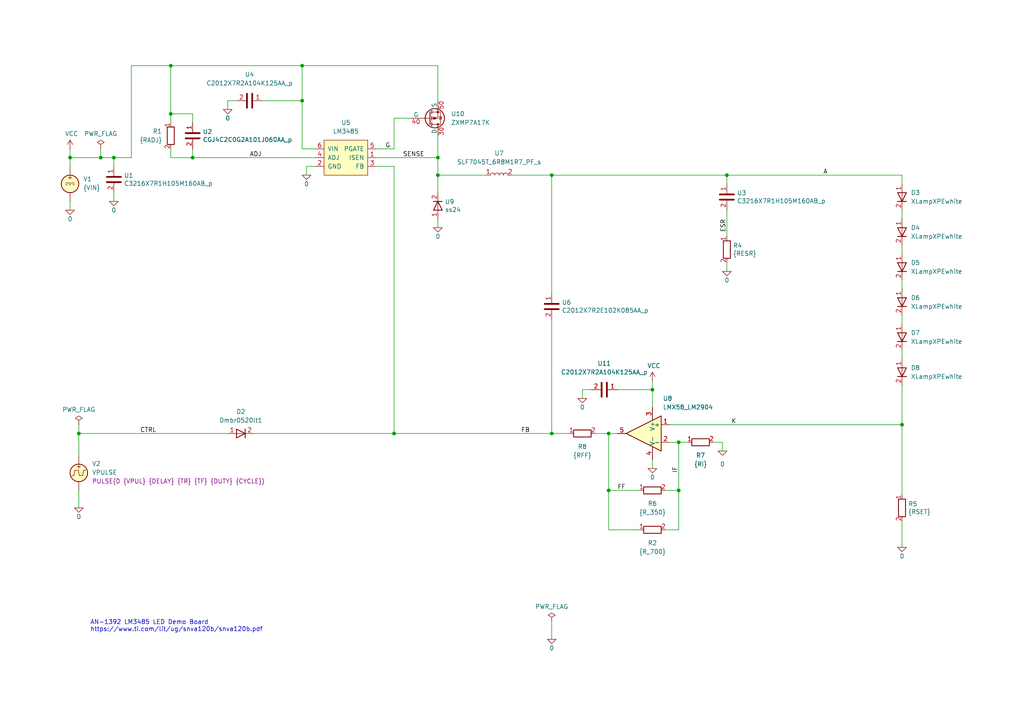
<source format=kicad_sch>
(kicad_sch
	(version 20231120)
	(generator "eeschema")
	(generator_version "8.0")
	(uuid "2366f8a7-de9b-43d4-8284-97f34c27da3b")
	(paper "A4")
	(title_block
		(title "AN-1392 LM3485 LED Demo Board")
		(date "2024-08-19")
		(rev "1")
		(company "astroelectronic@")
		(comment 1 "-")
		(comment 2 "-")
		(comment 3 "-")
		(comment 4 "AE01007485")
	)
	(lib_symbols
		(symbol "C_1"
			(pin_names
				(offset 0.254)
			)
			(exclude_from_sim no)
			(in_bom yes)
			(on_board yes)
			(property "Reference" "C"
				(at 0.635 2.54 0)
				(effects
					(font
						(size 1.27 1.27)
					)
					(justify left)
				)
			)
			(property "Value" "C_1"
				(at 0.635 -2.54 0)
				(effects
					(font
						(size 1.27 1.27)
					)
					(justify left)
				)
			)
			(property "Footprint" ""
				(at 0.9652 -3.81 0)
				(effects
					(font
						(size 1.27 1.27)
					)
					(hide yes)
				)
			)
			(property "Datasheet" "~"
				(at 0 0 0)
				(effects
					(font
						(size 1.27 1.27)
					)
					(hide yes)
				)
			)
			(property "Description" "Unpolarized capacitor"
				(at 0 0 0)
				(effects
					(font
						(size 1.27 1.27)
					)
					(hide yes)
				)
			)
			(property "ki_keywords" "cap capacitor"
				(at 0 0 0)
				(effects
					(font
						(size 1.27 1.27)
					)
					(hide yes)
				)
			)
			(property "ki_fp_filters" "C_*"
				(at 0 0 0)
				(effects
					(font
						(size 1.27 1.27)
					)
					(hide yes)
				)
			)
			(symbol "C_1_0_1"
				(polyline
					(pts
						(xy -2.032 -0.762) (xy 2.032 -0.762)
					)
					(stroke
						(width 0.508)
						(type default)
					)
					(fill
						(type none)
					)
				)
				(polyline
					(pts
						(xy -2.032 0.762) (xy 2.032 0.762)
					)
					(stroke
						(width 0.508)
						(type default)
					)
					(fill
						(type none)
					)
				)
			)
			(symbol "C_1_1_1"
				(pin passive line
					(at 0 3.81 270)
					(length 2.794)
					(name "~"
						(effects
							(font
								(size 1.27 1.27)
							)
						)
					)
					(number "1"
						(effects
							(font
								(size 1.27 1.27)
							)
						)
					)
				)
				(pin passive line
					(at 0 -3.81 90)
					(length 2.794)
					(name "~"
						(effects
							(font
								(size 1.27 1.27)
							)
						)
					)
					(number "2"
						(effects
							(font
								(size 1.27 1.27)
							)
						)
					)
				)
			)
		)
		(symbol "C_2"
			(pin_names
				(offset 0.254) hide)
			(exclude_from_sim no)
			(in_bom yes)
			(on_board yes)
			(property "Reference" "C"
				(at 0.635 2.54 0)
				(effects
					(font
						(size 1.27 1.27)
					)
					(justify left)
				)
			)
			(property "Value" "C_2"
				(at 0.635 -2.54 0)
				(effects
					(font
						(size 1.27 1.27)
					)
					(justify left)
				)
			)
			(property "Footprint" ""
				(at 0.9652 -3.81 0)
				(effects
					(font
						(size 1.27 1.27)
					)
					(hide yes)
				)
			)
			(property "Datasheet" "~"
				(at 0 0 0)
				(effects
					(font
						(size 1.27 1.27)
					)
					(hide yes)
				)
			)
			(property "Description" "Unpolarized capacitor"
				(at 0 0 0)
				(effects
					(font
						(size 1.27 1.27)
					)
					(hide yes)
				)
			)
			(property "ki_keywords" "cap capacitor"
				(at 0 0 0)
				(effects
					(font
						(size 1.27 1.27)
					)
					(hide yes)
				)
			)
			(property "ki_fp_filters" "C_*"
				(at 0 0 0)
				(effects
					(font
						(size 1.27 1.27)
					)
					(hide yes)
				)
			)
			(symbol "C_2_0_1"
				(polyline
					(pts
						(xy -2.032 -0.762) (xy 2.032 -0.762)
					)
					(stroke
						(width 0.508)
						(type default)
					)
					(fill
						(type none)
					)
				)
				(polyline
					(pts
						(xy -2.032 0.762) (xy 2.032 0.762)
					)
					(stroke
						(width 0.508)
						(type default)
					)
					(fill
						(type none)
					)
				)
			)
			(symbol "C_2_1_1"
				(pin passive line
					(at 0 3.81 270)
					(length 2.794)
					(name "~"
						(effects
							(font
								(size 1.27 1.27)
							)
						)
					)
					(number "1"
						(effects
							(font
								(size 1.27 1.27)
							)
						)
					)
				)
				(pin passive line
					(at 0 -3.81 90)
					(length 2.794)
					(name "~"
						(effects
							(font
								(size 1.27 1.27)
							)
						)
					)
					(number "2"
						(effects
							(font
								(size 1.27 1.27)
							)
						)
					)
				)
			)
		)
		(symbol "C_4"
			(pin_names
				(offset 0.254) hide)
			(exclude_from_sim no)
			(in_bom yes)
			(on_board yes)
			(property "Reference" "C"
				(at 0.635 2.54 0)
				(effects
					(font
						(size 1.27 1.27)
					)
					(justify left)
				)
			)
			(property "Value" "C_4"
				(at 0.635 -2.54 0)
				(effects
					(font
						(size 1.27 1.27)
					)
					(justify left)
				)
			)
			(property "Footprint" ""
				(at 0.9652 -3.81 0)
				(effects
					(font
						(size 1.27 1.27)
					)
					(hide yes)
				)
			)
			(property "Datasheet" "~"
				(at 0 0 0)
				(effects
					(font
						(size 1.27 1.27)
					)
					(hide yes)
				)
			)
			(property "Description" "Unpolarized capacitor"
				(at 0 0 0)
				(effects
					(font
						(size 1.27 1.27)
					)
					(hide yes)
				)
			)
			(property "ki_keywords" "cap capacitor"
				(at 0 0 0)
				(effects
					(font
						(size 1.27 1.27)
					)
					(hide yes)
				)
			)
			(property "ki_fp_filters" "C_*"
				(at 0 0 0)
				(effects
					(font
						(size 1.27 1.27)
					)
					(hide yes)
				)
			)
			(symbol "C_4_0_1"
				(polyline
					(pts
						(xy -2.032 -0.762) (xy 2.032 -0.762)
					)
					(stroke
						(width 0.508)
						(type default)
					)
					(fill
						(type none)
					)
				)
				(polyline
					(pts
						(xy -2.032 0.762) (xy 2.032 0.762)
					)
					(stroke
						(width 0.508)
						(type default)
					)
					(fill
						(type none)
					)
				)
			)
			(symbol "C_4_1_1"
				(pin passive line
					(at 0 3.81 270)
					(length 2.794)
					(name "~"
						(effects
							(font
								(size 1.27 1.27)
							)
						)
					)
					(number "1"
						(effects
							(font
								(size 1.27 1.27)
							)
						)
					)
				)
				(pin passive line
					(at 0 -3.81 90)
					(length 2.794)
					(name "~"
						(effects
							(font
								(size 1.27 1.27)
							)
						)
					)
					(number "2"
						(effects
							(font
								(size 1.27 1.27)
							)
						)
					)
				)
			)
		)
		(symbol "LM3485:0"
			(power)
			(pin_names
				(offset 0)
			)
			(exclude_from_sim no)
			(in_bom yes)
			(on_board yes)
			(property "Reference" "#GND"
				(at 0 -2.54 0)
				(effects
					(font
						(size 1.27 1.27)
					)
					(hide yes)
				)
			)
			(property "Value" "0"
				(at 0 -1.778 0)
				(effects
					(font
						(size 1.27 1.27)
					)
				)
			)
			(property "Footprint" ""
				(at 0 0 0)
				(effects
					(font
						(size 1.27 1.27)
					)
					(hide yes)
				)
			)
			(property "Datasheet" "~"
				(at 0 0 0)
				(effects
					(font
						(size 1.27 1.27)
					)
					(hide yes)
				)
			)
			(property "Description" "0V reference potential for simulation"
				(at 0 0 0)
				(effects
					(font
						(size 1.27 1.27)
					)
					(hide yes)
				)
			)
			(property "ki_keywords" "simulation"
				(at 0 0 0)
				(effects
					(font
						(size 1.27 1.27)
					)
					(hide yes)
				)
			)
			(symbol "0_0_1"
				(polyline
					(pts
						(xy -1.27 0) (xy 0 -1.27) (xy 1.27 0) (xy -1.27 0)
					)
					(stroke
						(width 0)
						(type default)
					)
					(fill
						(type none)
					)
				)
			)
			(symbol "0_1_1"
				(pin power_in line
					(at 0 0 0)
					(length 0) hide
					(name "0"
						(effects
							(font
								(size 1.016 1.016)
							)
						)
					)
					(number "1"
						(effects
							(font
								(size 1.016 1.016)
							)
						)
					)
				)
			)
		)
		(symbol "LM3485:DIODE"
			(pin_names
				(offset 1.016) hide)
			(exclude_from_sim no)
			(in_bom yes)
			(on_board yes)
			(property "Reference" "D"
				(at 0 2.54 0)
				(effects
					(font
						(size 1.27 1.27)
					)
				)
			)
			(property "Value" "${SIM.PARAMS}"
				(at 0 -2.54 0)
				(effects
					(font
						(size 1.27 1.27)
					)
				)
			)
			(property "Footprint" ""
				(at 0 0 0)
				(effects
					(font
						(size 1.27 1.27)
					)
					(hide yes)
				)
			)
			(property "Datasheet" "~"
				(at 0 0 0)
				(effects
					(font
						(size 1.27 1.27)
					)
					(hide yes)
				)
			)
			(property "Description" "Diode, anode on pin 1, for simulation only!"
				(at 0 0 0)
				(effects
					(font
						(size 1.27 1.27)
					)
					(hide yes)
				)
			)
			(property "Sim.Pins" "1=1 2=2"
				(at 0 0 0)
				(effects
					(font
						(size 1.27 1.27)
					)
					(hide yes)
				)
			)
			(property "Sim.Device" "SPICE"
				(at 0 0 0)
				(effects
					(font
						(size 1.27 1.27)
					)
					(justify left)
					(hide yes)
				)
			)
			(property "Sim.Params" "type=\"D\" model=\"DIODE\" lib=\"\""
				(at 0 0 0)
				(effects
					(font
						(size 1.27 1.27)
					)
					(hide yes)
				)
			)
			(property "Spice_Netlist_Enabled" "Y"
				(at 0 0 0)
				(effects
					(font
						(size 1.27 1.27)
					)
					(justify left)
					(hide yes)
				)
			)
			(property "ki_keywords" "simulation"
				(at 0 0 0)
				(effects
					(font
						(size 1.27 1.27)
					)
					(hide yes)
				)
			)
			(symbol "DIODE_0_1"
				(polyline
					(pts
						(xy 1.27 0) (xy -1.27 0)
					)
					(stroke
						(width 0)
						(type default)
					)
					(fill
						(type none)
					)
				)
				(polyline
					(pts
						(xy 1.27 1.27) (xy 1.27 -1.27)
					)
					(stroke
						(width 0.254)
						(type default)
					)
					(fill
						(type none)
					)
				)
				(polyline
					(pts
						(xy -1.27 -1.27) (xy -1.27 1.27) (xy 1.27 0) (xy -1.27 -1.27)
					)
					(stroke
						(width 0.254)
						(type default)
					)
					(fill
						(type none)
					)
				)
			)
			(symbol "DIODE_1_1"
				(pin passive line
					(at -3.81 0 0)
					(length 2.54)
					(name "A"
						(effects
							(font
								(size 1.27 1.27)
							)
						)
					)
					(number "1"
						(effects
							(font
								(size 1.27 1.27)
							)
						)
					)
				)
				(pin passive line
					(at 3.81 0 180)
					(length 2.54)
					(name "K"
						(effects
							(font
								(size 1.27 1.27)
							)
						)
					)
					(number "2"
						(effects
							(font
								(size 1.27 1.27)
							)
						)
					)
				)
			)
		)
		(symbol "LM3485:LM3485"
			(pin_names
				(offset 1.016)
			)
			(exclude_from_sim no)
			(in_bom yes)
			(on_board yes)
			(property "Reference" "U"
				(at -6.35 -7.62 0)
				(effects
					(font
						(size 1.27 1.27)
					)
					(justify left bottom)
				)
			)
			(property "Value" "LM3485"
				(at -6.35 -10.16 0)
				(effects
					(font
						(size 1.27 1.27)
					)
					(justify left bottom)
				)
			)
			(property "Footprint" ""
				(at -6.35 -12.7 0)
				(effects
					(font
						(size 1.27 1.27)
					)
					(justify left bottom)
					(hide yes)
				)
			)
			(property "Datasheet" "https://www.ti.com/lit/ds/symlink/lm3485.pdf"
				(at 0 1.27 0)
				(effects
					(font
						(size 1.27 1.27)
					)
					(hide yes)
				)
			)
			(property "Description" ""
				(at 0 0 0)
				(effects
					(font
						(size 1.27 1.27)
					)
					(hide yes)
				)
			)
			(symbol "LM3485_0_1"
				(rectangle
					(start -6.35 5.08)
					(end 6.35 -5.08)
					(stroke
						(width 0)
						(type default)
					)
					(fill
						(type background)
					)
				)
			)
			(symbol "LM3485_1_1"
				(pin passive line
					(at 8.89 0 180)
					(length 2.54)
					(name "ISEN"
						(effects
							(font
								(size 1.27 1.27)
							)
						)
					)
					(number "1"
						(effects
							(font
								(size 1.27 1.27)
							)
						)
					)
				)
				(pin passive line
					(at -8.89 -2.54 0)
					(length 2.54)
					(name "GND"
						(effects
							(font
								(size 1.27 1.27)
							)
						)
					)
					(number "2"
						(effects
							(font
								(size 1.27 1.27)
							)
						)
					)
				)
				(pin passive line
					(at 8.89 -2.54 180)
					(length 2.54)
					(name "FB"
						(effects
							(font
								(size 1.27 1.27)
							)
						)
					)
					(number "3"
						(effects
							(font
								(size 1.27 1.27)
							)
						)
					)
				)
				(pin passive line
					(at -8.89 0 0)
					(length 2.54)
					(name "ADJ"
						(effects
							(font
								(size 1.27 1.27)
							)
						)
					)
					(number "4"
						(effects
							(font
								(size 1.27 1.27)
							)
						)
					)
				)
				(pin passive line
					(at 8.89 2.54 180)
					(length 2.54)
					(name "PGATE"
						(effects
							(font
								(size 1.27 1.27)
							)
						)
					)
					(number "5"
						(effects
							(font
								(size 1.27 1.27)
							)
						)
					)
				)
				(pin passive line
					(at -8.89 2.54 0)
					(length 2.54)
					(name "VIN"
						(effects
							(font
								(size 1.27 1.27)
							)
						)
					)
					(number "6"
						(effects
							(font
								(size 1.27 1.27)
							)
						)
					)
				)
			)
		)
		(symbol "LM3485:PWR_FLAG"
			(power)
			(pin_numbers hide)
			(pin_names
				(offset 0) hide)
			(exclude_from_sim no)
			(in_bom yes)
			(on_board yes)
			(property "Reference" "#FLG"
				(at 0 1.905 0)
				(effects
					(font
						(size 1.27 1.27)
					)
					(hide yes)
				)
			)
			(property "Value" "PWR_FLAG"
				(at 0 3.81 0)
				(effects
					(font
						(size 1.27 1.27)
					)
				)
			)
			(property "Footprint" ""
				(at 0 0 0)
				(effects
					(font
						(size 1.27 1.27)
					)
					(hide yes)
				)
			)
			(property "Datasheet" "~"
				(at 0 0 0)
				(effects
					(font
						(size 1.27 1.27)
					)
					(hide yes)
				)
			)
			(property "Description" "Special symbol for telling ERC where power comes from"
				(at 0 0 0)
				(effects
					(font
						(size 1.27 1.27)
					)
					(hide yes)
				)
			)
			(property "ki_keywords" "flag power"
				(at 0 0 0)
				(effects
					(font
						(size 1.27 1.27)
					)
					(hide yes)
				)
			)
			(symbol "PWR_FLAG_0_0"
				(pin power_out line
					(at 0 0 90)
					(length 0)
					(name "pwr"
						(effects
							(font
								(size 1.27 1.27)
							)
						)
					)
					(number "1"
						(effects
							(font
								(size 1.27 1.27)
							)
						)
					)
				)
			)
			(symbol "PWR_FLAG_0_1"
				(polyline
					(pts
						(xy 0 0) (xy 0 1.27) (xy -1.016 1.905) (xy 0 2.54) (xy 1.016 1.905) (xy 0 1.27)
					)
					(stroke
						(width 0)
						(type default)
					)
					(fill
						(type none)
					)
				)
			)
		)
		(symbol "LM3485:R"
			(pin_names
				(offset 0) hide)
			(exclude_from_sim no)
			(in_bom yes)
			(on_board yes)
			(property "Reference" "R"
				(at 2.032 0 90)
				(effects
					(font
						(size 1.27 1.27)
					)
				)
			)
			(property "Value" "R"
				(at 0 0 90)
				(effects
					(font
						(size 1.27 1.27)
					)
				)
			)
			(property "Footprint" ""
				(at -1.778 0 90)
				(effects
					(font
						(size 1.27 1.27)
					)
					(hide yes)
				)
			)
			(property "Datasheet" "~"
				(at 0 0 0)
				(effects
					(font
						(size 1.27 1.27)
					)
					(hide yes)
				)
			)
			(property "Description" "Resistor"
				(at 0 0 0)
				(effects
					(font
						(size 1.27 1.27)
					)
					(hide yes)
				)
			)
			(property "ki_keywords" "R res resistor"
				(at 0 0 0)
				(effects
					(font
						(size 1.27 1.27)
					)
					(hide yes)
				)
			)
			(property "ki_fp_filters" "R_*"
				(at 0 0 0)
				(effects
					(font
						(size 1.27 1.27)
					)
					(hide yes)
				)
			)
			(symbol "R_0_1"
				(rectangle
					(start -1.016 -2.54)
					(end 1.016 2.54)
					(stroke
						(width 0.254)
						(type default)
					)
					(fill
						(type none)
					)
				)
			)
			(symbol "R_1_1"
				(pin passive line
					(at 0 3.81 270)
					(length 1.27)
					(name "~"
						(effects
							(font
								(size 1.27 1.27)
							)
						)
					)
					(number "1"
						(effects
							(font
								(size 1.27 1.27)
							)
						)
					)
				)
				(pin passive line
					(at 0 -3.81 90)
					(length 1.27)
					(name "~"
						(effects
							(font
								(size 1.27 1.27)
							)
						)
					)
					(number "2"
						(effects
							(font
								(size 1.27 1.27)
							)
						)
					)
				)
			)
		)
		(symbol "LM3485:VCC"
			(power)
			(pin_names
				(offset 0)
			)
			(exclude_from_sim no)
			(in_bom yes)
			(on_board yes)
			(property "Reference" "#PWR"
				(at 0 -3.81 0)
				(effects
					(font
						(size 1.27 1.27)
					)
					(hide yes)
				)
			)
			(property "Value" "VCC"
				(at 0 3.81 0)
				(effects
					(font
						(size 1.27 1.27)
					)
				)
			)
			(property "Footprint" ""
				(at 0 0 0)
				(effects
					(font
						(size 1.27 1.27)
					)
					(hide yes)
				)
			)
			(property "Datasheet" ""
				(at 0 0 0)
				(effects
					(font
						(size 1.27 1.27)
					)
					(hide yes)
				)
			)
			(property "Description" "Power symbol creates a global label with name \"VCC\""
				(at 0 0 0)
				(effects
					(font
						(size 1.27 1.27)
					)
					(hide yes)
				)
			)
			(property "ki_keywords" "global power"
				(at 0 0 0)
				(effects
					(font
						(size 1.27 1.27)
					)
					(hide yes)
				)
			)
			(symbol "VCC_0_1"
				(polyline
					(pts
						(xy -0.762 1.27) (xy 0 2.54)
					)
					(stroke
						(width 0)
						(type default)
					)
					(fill
						(type none)
					)
				)
				(polyline
					(pts
						(xy 0 0) (xy 0 2.54)
					)
					(stroke
						(width 0)
						(type default)
					)
					(fill
						(type none)
					)
				)
				(polyline
					(pts
						(xy 0 2.54) (xy 0.762 1.27)
					)
					(stroke
						(width 0)
						(type default)
					)
					(fill
						(type none)
					)
				)
			)
			(symbol "VCC_1_1"
				(pin power_in line
					(at 0 0 90)
					(length 0) hide
					(name "VCC"
						(effects
							(font
								(size 1.27 1.27)
							)
						)
					)
					(number "1"
						(effects
							(font
								(size 1.27 1.27)
							)
						)
					)
				)
			)
		)
		(symbol "LM3485:ZXMP7A17K"
			(pin_names
				(offset 0)
			)
			(exclude_from_sim no)
			(in_bom yes)
			(on_board yes)
			(property "Reference" "Q"
				(at 5.08 1.27 0)
				(effects
					(font
						(size 1.27 1.27)
					)
					(justify left)
				)
			)
			(property "Value" "ZXMP7A17K"
				(at 5.08 -1.27 0)
				(effects
					(font
						(size 1.27 1.27)
					)
					(justify left)
				)
			)
			(property "Footprint" ""
				(at 5.08 2.54 0)
				(effects
					(font
						(size 1.27 1.27)
					)
					(hide yes)
				)
			)
			(property "Datasheet" "~"
				(at 0 0 0)
				(effects
					(font
						(size 1.27 1.27)
					)
					(hide yes)
				)
			)
			(property "Description" "P-MOSFET transistor, source/gate/drain"
				(at 0 0 0)
				(effects
					(font
						(size 1.27 1.27)
					)
					(hide yes)
				)
			)
			(property "ki_keywords" "transistor PMOS P-MOS P-MOSFET"
				(at 0 0 0)
				(effects
					(font
						(size 1.27 1.27)
					)
					(hide yes)
				)
			)
			(symbol "ZXMP7A17K_0_1"
				(polyline
					(pts
						(xy 0.254 0) (xy -2.54 0)
					)
					(stroke
						(width 0)
						(type default)
					)
					(fill
						(type none)
					)
				)
				(polyline
					(pts
						(xy 0.254 1.905) (xy 0.254 -1.905)
					)
					(stroke
						(width 0.254)
						(type default)
					)
					(fill
						(type none)
					)
				)
				(polyline
					(pts
						(xy 0.762 -1.27) (xy 0.762 -2.286)
					)
					(stroke
						(width 0.254)
						(type default)
					)
					(fill
						(type none)
					)
				)
				(polyline
					(pts
						(xy 0.762 0.508) (xy 0.762 -0.508)
					)
					(stroke
						(width 0.254)
						(type default)
					)
					(fill
						(type none)
					)
				)
				(polyline
					(pts
						(xy 0.762 2.286) (xy 0.762 1.27)
					)
					(stroke
						(width 0.254)
						(type default)
					)
					(fill
						(type none)
					)
				)
				(polyline
					(pts
						(xy 2.54 2.54) (xy 2.54 1.778)
					)
					(stroke
						(width 0)
						(type default)
					)
					(fill
						(type none)
					)
				)
				(polyline
					(pts
						(xy 2.54 -2.54) (xy 2.54 0) (xy 0.762 0)
					)
					(stroke
						(width 0)
						(type default)
					)
					(fill
						(type none)
					)
				)
				(polyline
					(pts
						(xy 0.762 1.778) (xy 3.302 1.778) (xy 3.302 -1.778) (xy 0.762 -1.778)
					)
					(stroke
						(width 0)
						(type default)
					)
					(fill
						(type none)
					)
				)
				(polyline
					(pts
						(xy 2.286 0) (xy 1.27 0.381) (xy 1.27 -0.381) (xy 2.286 0)
					)
					(stroke
						(width 0)
						(type default)
					)
					(fill
						(type outline)
					)
				)
				(polyline
					(pts
						(xy 2.794 -0.508) (xy 2.921 -0.381) (xy 3.683 -0.381) (xy 3.81 -0.254)
					)
					(stroke
						(width 0)
						(type default)
					)
					(fill
						(type none)
					)
				)
				(polyline
					(pts
						(xy 3.302 -0.381) (xy 2.921 0.254) (xy 3.683 0.254) (xy 3.302 -0.381)
					)
					(stroke
						(width 0)
						(type default)
					)
					(fill
						(type none)
					)
				)
				(circle
					(center 1.651 0)
					(radius 2.794)
					(stroke
						(width 0.254)
						(type default)
					)
					(fill
						(type none)
					)
				)
				(circle
					(center 2.54 -1.778)
					(radius 0.254)
					(stroke
						(width 0)
						(type default)
					)
					(fill
						(type outline)
					)
				)
				(circle
					(center 2.54 1.778)
					(radius 0.254)
					(stroke
						(width 0)
						(type default)
					)
					(fill
						(type outline)
					)
				)
			)
			(symbol "ZXMP7A17K_1_1"
				(pin passive line
					(at 2.54 5.08 270)
					(length 2.54)
					(name "D"
						(effects
							(font
								(size 1.27 1.27)
							)
						)
					)
					(number "30"
						(effects
							(font
								(size 1.27 1.27)
							)
						)
					)
				)
				(pin input line
					(at -5.08 0 0)
					(length 2.54)
					(name "G"
						(effects
							(font
								(size 1.27 1.27)
							)
						)
					)
					(number "40"
						(effects
							(font
								(size 1.27 1.27)
							)
						)
					)
				)
				(pin passive line
					(at 2.54 -5.08 90)
					(length 2.54)
					(name "S"
						(effects
							(font
								(size 1.27 1.27)
							)
						)
					)
					(number "50"
						(effects
							(font
								(size 1.27 1.27)
							)
						)
					)
				)
			)
		)
		(symbol "L_1"
			(pin_names
				(offset 1.016) hide)
			(exclude_from_sim no)
			(in_bom yes)
			(on_board yes)
			(property "Reference" "L"
				(at -1.27 0 90)
				(effects
					(font
						(size 1.27 1.27)
					)
				)
			)
			(property "Value" "L_1"
				(at 1.905 0 90)
				(effects
					(font
						(size 1.27 1.27)
					)
				)
			)
			(property "Footprint" ""
				(at 0 0 0)
				(effects
					(font
						(size 1.27 1.27)
					)
					(hide yes)
				)
			)
			(property "Datasheet" "~"
				(at 0 0 0)
				(effects
					(font
						(size 1.27 1.27)
					)
					(hide yes)
				)
			)
			(property "Description" "Inductor"
				(at 0 0 0)
				(effects
					(font
						(size 1.27 1.27)
					)
					(hide yes)
				)
			)
			(property "ki_keywords" "inductor choke coil reactor magnetic"
				(at 0 0 0)
				(effects
					(font
						(size 1.27 1.27)
					)
					(hide yes)
				)
			)
			(property "ki_fp_filters" "Choke_* *Coil* Inductor_* L_*"
				(at 0 0 0)
				(effects
					(font
						(size 1.27 1.27)
					)
					(hide yes)
				)
			)
			(symbol "L_1_0_1"
				(arc
					(start 0 -2.54)
					(mid 0.6323 -1.905)
					(end 0 -1.27)
					(stroke
						(width 0)
						(type default)
					)
					(fill
						(type none)
					)
				)
				(arc
					(start 0 -1.27)
					(mid 0.6323 -0.635)
					(end 0 0)
					(stroke
						(width 0)
						(type default)
					)
					(fill
						(type none)
					)
				)
				(arc
					(start 0 0)
					(mid 0.6323 0.635)
					(end 0 1.27)
					(stroke
						(width 0)
						(type default)
					)
					(fill
						(type none)
					)
				)
				(arc
					(start 0 1.27)
					(mid 0.6323 1.905)
					(end 0 2.54)
					(stroke
						(width 0)
						(type default)
					)
					(fill
						(type none)
					)
				)
			)
			(symbol "L_1_1_1"
				(pin passive line
					(at 0 3.81 270)
					(length 1.27)
					(name "1"
						(effects
							(font
								(size 1.27 1.27)
							)
						)
					)
					(number "1"
						(effects
							(font
								(size 1.27 1.27)
							)
						)
					)
				)
				(pin passive line
					(at 0 -3.81 90)
					(length 1.27)
					(name "2"
						(effects
							(font
								(size 1.27 1.27)
							)
						)
					)
					(number "2"
						(effects
							(font
								(size 1.27 1.27)
							)
						)
					)
				)
			)
		)
		(symbol "R_1"
			(pin_names
				(offset 0) hide)
			(exclude_from_sim no)
			(in_bom yes)
			(on_board yes)
			(property "Reference" "R"
				(at 2.032 0 90)
				(effects
					(font
						(size 1.27 1.27)
					)
				)
			)
			(property "Value" "R_1"
				(at 0 0 90)
				(effects
					(font
						(size 1.27 1.27)
					)
				)
			)
			(property "Footprint" ""
				(at -1.778 0 90)
				(effects
					(font
						(size 1.27 1.27)
					)
					(hide yes)
				)
			)
			(property "Datasheet" "~"
				(at 0 0 0)
				(effects
					(font
						(size 1.27 1.27)
					)
					(hide yes)
				)
			)
			(property "Description" "Resistor"
				(at 0 0 0)
				(effects
					(font
						(size 1.27 1.27)
					)
					(hide yes)
				)
			)
			(property "ki_keywords" "R res resistor"
				(at 0 0 0)
				(effects
					(font
						(size 1.27 1.27)
					)
					(hide yes)
				)
			)
			(property "ki_fp_filters" "R_*"
				(at 0 0 0)
				(effects
					(font
						(size 1.27 1.27)
					)
					(hide yes)
				)
			)
			(symbol "R_1_0_1"
				(rectangle
					(start -1.016 -2.54)
					(end 1.016 2.54)
					(stroke
						(width 0.254)
						(type default)
					)
					(fill
						(type none)
					)
				)
			)
			(symbol "R_1_1_1"
				(pin passive line
					(at 0 3.81 270)
					(length 1.27)
					(name "~"
						(effects
							(font
								(size 1.27 1.27)
							)
						)
					)
					(number "1"
						(effects
							(font
								(size 1.27 1.27)
							)
						)
					)
				)
				(pin passive line
					(at 0 -3.81 90)
					(length 1.27)
					(name "~"
						(effects
							(font
								(size 1.27 1.27)
							)
						)
					)
					(number "2"
						(effects
							(font
								(size 1.27 1.27)
							)
						)
					)
				)
			)
		)
		(symbol "Simulation_SPICE:OPAMP"
			(pin_names
				(offset 0.254)
			)
			(exclude_from_sim no)
			(in_bom yes)
			(on_board yes)
			(property "Reference" "U"
				(at 3.81 3.175 0)
				(effects
					(font
						(size 1.27 1.27)
					)
					(justify left)
				)
			)
			(property "Value" "${SIM.PARAMS}"
				(at 3.81 -3.175 0)
				(effects
					(font
						(size 1.27 1.27)
					)
					(justify left)
				)
			)
			(property "Footprint" ""
				(at 0 0 0)
				(effects
					(font
						(size 1.27 1.27)
					)
					(hide yes)
				)
			)
			(property "Datasheet" "https://ngspice.sourceforge.io/docs/ngspice-html-manual/manual.xhtml#sec__SUBCKT_Subcircuits"
				(at 0 0 0)
				(effects
					(font
						(size 1.27 1.27)
					)
					(hide yes)
				)
			)
			(property "Description" "Operational amplifier, single, node sequence=1:+ 2:- 3:OUT 4:V+ 5:V-"
				(at 0 0 0)
				(effects
					(font
						(size 1.27 1.27)
					)
					(hide yes)
				)
			)
			(property "Sim.Pins" "1=in+ 2=in- 3=vcc 4=vee 5=out"
				(at 0 0 0)
				(effects
					(font
						(size 1.27 1.27)
					)
					(hide yes)
				)
			)
			(property "Sim.Device" "SUBCKT"
				(at 0 0 0)
				(effects
					(font
						(size 1.27 1.27)
					)
					(justify left)
					(hide yes)
				)
			)
			(property "Sim.Library" "${KICAD7_SYMBOL_DIR}/Simulation_SPICE.sp"
				(at 0 0 0)
				(effects
					(font
						(size 1.27 1.27)
					)
					(hide yes)
				)
			)
			(property "Sim.Name" "kicad_builtin_opamp"
				(at 0 0 0)
				(effects
					(font
						(size 1.27 1.27)
					)
					(hide yes)
				)
			)
			(property "ki_keywords" "simulation"
				(at 0 0 0)
				(effects
					(font
						(size 1.27 1.27)
					)
					(hide yes)
				)
			)
			(symbol "OPAMP_0_1"
				(polyline
					(pts
						(xy 5.08 0) (xy -5.08 5.08) (xy -5.08 -5.08) (xy 5.08 0)
					)
					(stroke
						(width 0.254)
						(type default)
					)
					(fill
						(type background)
					)
				)
			)
			(symbol "OPAMP_1_1"
				(pin input line
					(at -7.62 2.54 0)
					(length 2.54)
					(name "+"
						(effects
							(font
								(size 1.27 1.27)
							)
						)
					)
					(number "1"
						(effects
							(font
								(size 1.27 1.27)
							)
						)
					)
				)
				(pin input line
					(at -7.62 -2.54 0)
					(length 2.54)
					(name "-"
						(effects
							(font
								(size 1.27 1.27)
							)
						)
					)
					(number "2"
						(effects
							(font
								(size 1.27 1.27)
							)
						)
					)
				)
				(pin power_in line
					(at -2.54 7.62 270)
					(length 3.81)
					(name "V+"
						(effects
							(font
								(size 1.27 1.27)
							)
						)
					)
					(number "3"
						(effects
							(font
								(size 1.27 1.27)
							)
						)
					)
				)
				(pin power_in line
					(at -2.54 -7.62 90)
					(length 3.81)
					(name "V-"
						(effects
							(font
								(size 1.27 1.27)
							)
						)
					)
					(number "4"
						(effects
							(font
								(size 1.27 1.27)
							)
						)
					)
				)
				(pin output line
					(at 7.62 0 180)
					(length 2.54)
					(name "~"
						(effects
							(font
								(size 1.27 1.27)
							)
						)
					)
					(number "5"
						(effects
							(font
								(size 1.27 1.27)
							)
						)
					)
				)
			)
		)
		(symbol "Simulation_SPICE:VPULSE"
			(pin_numbers hide)
			(pin_names
				(offset 0.0254)
			)
			(exclude_from_sim no)
			(in_bom yes)
			(on_board yes)
			(property "Reference" "V"
				(at 2.54 2.54 0)
				(effects
					(font
						(size 1.27 1.27)
					)
					(justify left)
				)
			)
			(property "Value" "VPULSE"
				(at 2.54 0 0)
				(effects
					(font
						(size 1.27 1.27)
					)
					(justify left)
				)
			)
			(property "Footprint" ""
				(at 0 0 0)
				(effects
					(font
						(size 1.27 1.27)
					)
					(hide yes)
				)
			)
			(property "Datasheet" "https://ngspice.sourceforge.io/docs/ngspice-html-manual/manual.xhtml#sec_Independent_Sources_for"
				(at 0 0 0)
				(effects
					(font
						(size 1.27 1.27)
					)
					(hide yes)
				)
			)
			(property "Description" "Voltage source, pulse"
				(at 0 0 0)
				(effects
					(font
						(size 1.27 1.27)
					)
					(hide yes)
				)
			)
			(property "Sim.Pins" "1=+ 2=-"
				(at 0 0 0)
				(effects
					(font
						(size 1.27 1.27)
					)
					(hide yes)
				)
			)
			(property "Sim.Type" "PULSE"
				(at 0 0 0)
				(effects
					(font
						(size 1.27 1.27)
					)
					(hide yes)
				)
			)
			(property "Sim.Device" "V"
				(at 0 0 0)
				(effects
					(font
						(size 1.27 1.27)
					)
					(justify left)
					(hide yes)
				)
			)
			(property "Sim.Params" "y1=0 y2=1 td=2n tr=2n tf=2n tw=50n per=100n"
				(at 2.54 -2.54 0)
				(effects
					(font
						(size 1.27 1.27)
					)
					(justify left)
				)
			)
			(property "ki_keywords" "simulation"
				(at 0 0 0)
				(effects
					(font
						(size 1.27 1.27)
					)
					(hide yes)
				)
			)
			(symbol "VPULSE_0_0"
				(polyline
					(pts
						(xy -2.032 -0.762) (xy -1.397 -0.762) (xy -1.143 0.762) (xy -0.127 0.762) (xy 0.127 -0.762) (xy 1.143 -0.762)
						(xy 1.397 0.762) (xy 2.032 0.762)
					)
					(stroke
						(width 0)
						(type default)
					)
					(fill
						(type none)
					)
				)
				(text "+"
					(at 0 1.905 0)
					(effects
						(font
							(size 1.27 1.27)
						)
					)
				)
			)
			(symbol "VPULSE_0_1"
				(circle
					(center 0 0)
					(radius 2.54)
					(stroke
						(width 0.254)
						(type default)
					)
					(fill
						(type background)
					)
				)
			)
			(symbol "VPULSE_1_1"
				(pin passive line
					(at 0 5.08 270)
					(length 2.54)
					(name "~"
						(effects
							(font
								(size 1.27 1.27)
							)
						)
					)
					(number "1"
						(effects
							(font
								(size 1.27 1.27)
							)
						)
					)
				)
				(pin passive line
					(at 0 -5.08 90)
					(length 2.54)
					(name "~"
						(effects
							(font
								(size 1.27 1.27)
							)
						)
					)
					(number "2"
						(effects
							(font
								(size 1.27 1.27)
							)
						)
					)
				)
			)
		)
		(symbol "VDC_1"
			(pin_numbers hide)
			(pin_names
				(offset 0.0254)
			)
			(exclude_from_sim no)
			(in_bom yes)
			(on_board yes)
			(property "Reference" "V"
				(at 2.54 2.54 0)
				(effects
					(font
						(size 1.27 1.27)
					)
					(justify left)
				)
			)
			(property "Value" "1"
				(at 2.54 0 0)
				(effects
					(font
						(size 1.27 1.27)
					)
					(justify left)
				)
			)
			(property "Footprint" ""
				(at 0 0 0)
				(effects
					(font
						(size 1.27 1.27)
					)
					(hide yes)
				)
			)
			(property "Datasheet" "https://ngspice.sourceforge.io/docs/ngspice-html-manual/manual.xhtml#sec_Independent_Sources_for"
				(at 0 0 0)
				(effects
					(font
						(size 1.27 1.27)
					)
					(hide yes)
				)
			)
			(property "Description" "Voltage source, DC"
				(at 0 0 0)
				(effects
					(font
						(size 1.27 1.27)
					)
					(hide yes)
				)
			)
			(property "Sim.Pins" "1=+ 2=-"
				(at 0 0 0)
				(effects
					(font
						(size 1.27 1.27)
					)
					(hide yes)
				)
			)
			(property "Sim.Type" "DC"
				(at 0 0 0)
				(effects
					(font
						(size 1.27 1.27)
					)
					(hide yes)
				)
			)
			(property "Sim.Device" "V"
				(at 0 0 0)
				(effects
					(font
						(size 1.27 1.27)
					)
					(justify left)
					(hide yes)
				)
			)
			(property "ki_keywords" "simulation"
				(at 0 0 0)
				(effects
					(font
						(size 1.27 1.27)
					)
					(hide yes)
				)
			)
			(symbol "VDC_1_0_0"
				(polyline
					(pts
						(xy -1.27 0.254) (xy 1.27 0.254)
					)
					(stroke
						(width 0)
						(type default)
					)
					(fill
						(type none)
					)
				)
				(polyline
					(pts
						(xy -0.762 -0.254) (xy -1.27 -0.254)
					)
					(stroke
						(width 0)
						(type default)
					)
					(fill
						(type none)
					)
				)
				(polyline
					(pts
						(xy 0.254 -0.254) (xy -0.254 -0.254)
					)
					(stroke
						(width 0)
						(type default)
					)
					(fill
						(type none)
					)
				)
				(polyline
					(pts
						(xy 1.27 -0.254) (xy 0.762 -0.254)
					)
					(stroke
						(width 0)
						(type default)
					)
					(fill
						(type none)
					)
				)
				(text "+"
					(at 0 1.905 0)
					(effects
						(font
							(size 1.27 1.27)
						)
					)
				)
			)
			(symbol "VDC_1_0_1"
				(circle
					(center 0 0)
					(radius 2.54)
					(stroke
						(width 0.254)
						(type default)
					)
					(fill
						(type background)
					)
				)
			)
			(symbol "VDC_1_1_1"
				(pin passive line
					(at 0 5.08 270)
					(length 2.54)
					(name "~"
						(effects
							(font
								(size 1.27 1.27)
							)
						)
					)
					(number "1"
						(effects
							(font
								(size 1.27 1.27)
							)
						)
					)
				)
				(pin passive line
					(at 0 -5.08 90)
					(length 2.54)
					(name "~"
						(effects
							(font
								(size 1.27 1.27)
							)
						)
					)
					(number "2"
						(effects
							(font
								(size 1.27 1.27)
							)
						)
					)
				)
			)
		)
	)
	(junction
		(at 261.62 123.19)
		(diameter 0)
		(color 0 0 0 0)
		(uuid "04ccc369-4187-446e-a3e6-199834c58b2c")
	)
	(junction
		(at 87.63 29.21)
		(diameter 0)
		(color 0 0 0 0)
		(uuid "19fdc640-aedc-4e42-a4ed-5eef90f585d2")
	)
	(junction
		(at 160.02 125.73)
		(diameter 0)
		(color 0 0 0 0)
		(uuid "2bc48be1-b322-4bcb-b624-aee03fb32345")
	)
	(junction
		(at 196.85 128.27)
		(diameter 0)
		(color 0 0 0 0)
		(uuid "32dc2058-5510-49cc-a945-62b595643da5")
	)
	(junction
		(at 127 45.72)
		(diameter 0)
		(color 0 0 0 0)
		(uuid "60d3654d-5ab4-44ab-8e8e-11b2db950537")
	)
	(junction
		(at 29.21 45.72)
		(diameter 0)
		(color 0 0 0 0)
		(uuid "63ebaaee-480c-49ce-951c-60dd5af63607")
	)
	(junction
		(at 127 50.8)
		(diameter 0)
		(color 0 0 0 0)
		(uuid "6739c03c-135e-488e-96e3-b08fdf7d5ced")
	)
	(junction
		(at 49.53 19.05)
		(diameter 0)
		(color 0 0 0 0)
		(uuid "8c868ba7-fff0-450f-888e-49c3f3efba20")
	)
	(junction
		(at 49.53 33.02)
		(diameter 0)
		(color 0 0 0 0)
		(uuid "8d0e9694-2cfc-402e-8f6d-cb54abf0ac1e")
	)
	(junction
		(at 160.02 50.8)
		(diameter 0)
		(color 0 0 0 0)
		(uuid "9294c7fb-72d3-46c9-b50f-ccfd48ec0e32")
	)
	(junction
		(at 176.53 142.24)
		(diameter 0)
		(color 0 0 0 0)
		(uuid "92aabe5c-9676-4729-80f3-363be9fe1f21")
	)
	(junction
		(at 87.63 19.05)
		(diameter 0)
		(color 0 0 0 0)
		(uuid "a5ef5d51-8797-45c2-9f74-e512d540141e")
	)
	(junction
		(at 114.3 125.73)
		(diameter 0)
		(color 0 0 0 0)
		(uuid "a8d03afa-eaa8-4172-9e6b-15df6c3fc769")
	)
	(junction
		(at 176.53 125.73)
		(diameter 0)
		(color 0 0 0 0)
		(uuid "b94af03f-912b-4da1-86c4-71a5165a2b34")
	)
	(junction
		(at 33.02 45.72)
		(diameter 0)
		(color 0 0 0 0)
		(uuid "ba8a8b7f-73e4-4285-9cc0-8767172ab8ef")
	)
	(junction
		(at 196.85 142.24)
		(diameter 0)
		(color 0 0 0 0)
		(uuid "d02e9680-66de-4251-9841-fb956544dc65")
	)
	(junction
		(at 22.86 125.73)
		(diameter 0)
		(color 0 0 0 0)
		(uuid "ddf1d426-6729-43ad-b0b2-0d9a5891a9d6")
	)
	(junction
		(at 20.32 45.72)
		(diameter 0)
		(color 0 0 0 0)
		(uuid "e62977a5-80d5-482e-8a43-daf1bcadad74")
	)
	(junction
		(at 210.82 50.8)
		(diameter 0)
		(color 0 0 0 0)
		(uuid "ea97b863-28da-4279-a1e1-a112c6f70f44")
	)
	(junction
		(at 55.88 45.72)
		(diameter 0)
		(color 0 0 0 0)
		(uuid "ef616705-0616-442f-a39b-5b997f7552c4")
	)
	(junction
		(at 189.23 113.03)
		(diameter 0)
		(color 0 0 0 0)
		(uuid "f3d02d49-04a4-459d-8b3e-bbc8a6524f7b")
	)
	(wire
		(pts
			(xy 196.85 142.24) (xy 196.85 128.27)
		)
		(stroke
			(width 0)
			(type default)
		)
		(uuid "01a34d2e-bc3d-4c54-b1b3-0a9221546896")
	)
	(wire
		(pts
			(xy 38.1 19.05) (xy 49.53 19.05)
		)
		(stroke
			(width 0)
			(type default)
		)
		(uuid "02bace11-3e3f-480a-8f89-73acdc2cafa2")
	)
	(wire
		(pts
			(xy 261.62 101.6) (xy 261.62 104.14)
		)
		(stroke
			(width 0)
			(type default)
		)
		(uuid "03893073-b2d3-400d-af88-85759551fb75")
	)
	(wire
		(pts
			(xy 185.42 142.24) (xy 176.53 142.24)
		)
		(stroke
			(width 0)
			(type default)
		)
		(uuid "074ec142-2b09-42bc-8cb4-e46046b4bb3c")
	)
	(wire
		(pts
			(xy 261.62 123.19) (xy 261.62 143.51)
		)
		(stroke
			(width 0)
			(type default)
		)
		(uuid "09f10e69-fd96-4be6-8b2d-943da47d1bdd")
	)
	(wire
		(pts
			(xy 160.02 92.71) (xy 160.02 125.73)
		)
		(stroke
			(width 0)
			(type default)
		)
		(uuid "0dcf5c9b-25f4-4db5-a92f-e2862885e498")
	)
	(wire
		(pts
			(xy 22.86 123.19) (xy 22.86 125.73)
		)
		(stroke
			(width 0)
			(type default)
		)
		(uuid "0f71b38d-9f7f-4270-aeb6-54a4fa11a0a0")
	)
	(wire
		(pts
			(xy 73.66 125.73) (xy 114.3 125.73)
		)
		(stroke
			(width 0)
			(type default)
		)
		(uuid "10ef3769-29b7-407b-a564-3a00663ca377")
	)
	(wire
		(pts
			(xy 171.45 113.03) (xy 168.91 113.03)
		)
		(stroke
			(width 0)
			(type default)
		)
		(uuid "12f2fc97-a112-461c-b3e9-aa5cccf2abec")
	)
	(wire
		(pts
			(xy 20.32 58.42) (xy 20.32 60.96)
		)
		(stroke
			(width 0)
			(type default)
		)
		(uuid "15f7abfa-9297-4b07-9cb1-75919ee1fa97")
	)
	(wire
		(pts
			(xy 114.3 48.26) (xy 114.3 125.73)
		)
		(stroke
			(width 0)
			(type default)
		)
		(uuid "1a38afe4-e1fd-46b1-8ed8-b32c6c82a153")
	)
	(wire
		(pts
			(xy 87.63 19.05) (xy 127 19.05)
		)
		(stroke
			(width 0)
			(type default)
		)
		(uuid "1c70766d-a405-4b45-b079-1131b6ad25bc")
	)
	(wire
		(pts
			(xy 29.21 45.72) (xy 29.21 43.18)
		)
		(stroke
			(width 0)
			(type default)
		)
		(uuid "21bcf759-28a5-4891-a822-827d0e41d00b")
	)
	(wire
		(pts
			(xy 210.82 76.2) (xy 210.82 78.74)
		)
		(stroke
			(width 0)
			(type default)
		)
		(uuid "2497f5e2-fceb-4219-97b4-66624a0cfa22")
	)
	(wire
		(pts
			(xy 87.63 29.21) (xy 87.63 43.18)
		)
		(stroke
			(width 0)
			(type default)
		)
		(uuid "2b787ea7-e873-44c8-8688-0208d90d14d1")
	)
	(wire
		(pts
			(xy 196.85 128.27) (xy 199.39 128.27)
		)
		(stroke
			(width 0)
			(type default)
		)
		(uuid "2c8f649c-727c-40b5-a290-93ec86c37a8a")
	)
	(wire
		(pts
			(xy 160.02 50.8) (xy 210.82 50.8)
		)
		(stroke
			(width 0)
			(type default)
		)
		(uuid "2e4e8fc7-5ead-401f-8283-6aac1ed46f11")
	)
	(wire
		(pts
			(xy 22.86 125.73) (xy 66.04 125.73)
		)
		(stroke
			(width 0)
			(type default)
		)
		(uuid "2fc3a502-8082-4c60-8e1f-ba82101e21ea")
	)
	(wire
		(pts
			(xy 49.53 19.05) (xy 49.53 33.02)
		)
		(stroke
			(width 0)
			(type default)
		)
		(uuid "323f16a6-48a1-4536-9cf0-5436fe3f85a7")
	)
	(wire
		(pts
			(xy 196.85 153.67) (xy 196.85 142.24)
		)
		(stroke
			(width 0)
			(type default)
		)
		(uuid "367b635b-8691-4de0-8226-b71bd0502c90")
	)
	(wire
		(pts
			(xy 66.04 29.21) (xy 68.58 29.21)
		)
		(stroke
			(width 0)
			(type default)
		)
		(uuid "391a563e-62d4-45d0-baa9-34f4673b4dbd")
	)
	(wire
		(pts
			(xy 127 50.8) (xy 127 55.88)
		)
		(stroke
			(width 0)
			(type default)
		)
		(uuid "394b77ef-9b23-4085-9a09-ab755b213c7a")
	)
	(wire
		(pts
			(xy 22.86 125.73) (xy 22.86 132.08)
		)
		(stroke
			(width 0)
			(type default)
		)
		(uuid "396c64f5-e695-4960-9377-7716215db3a2")
	)
	(wire
		(pts
			(xy 127 50.8) (xy 140.97 50.8)
		)
		(stroke
			(width 0)
			(type default)
		)
		(uuid "399bc445-62a7-4793-bd54-bce13daa1518")
	)
	(wire
		(pts
			(xy 55.88 45.72) (xy 91.44 45.72)
		)
		(stroke
			(width 0)
			(type default)
		)
		(uuid "48ca57e3-a26f-4fc5-86dc-1ecfc7985dae")
	)
	(wire
		(pts
			(xy 189.23 133.35) (xy 189.23 135.89)
		)
		(stroke
			(width 0)
			(type default)
		)
		(uuid "494875fc-46b4-48fd-8088-9272ff9bda02")
	)
	(wire
		(pts
			(xy 185.42 153.67) (xy 176.53 153.67)
		)
		(stroke
			(width 0)
			(type default)
		)
		(uuid "4b33afb2-1be6-41cf-8071-390c138cb8f3")
	)
	(wire
		(pts
			(xy 114.3 125.73) (xy 160.02 125.73)
		)
		(stroke
			(width 0)
			(type default)
		)
		(uuid "4b4ebe69-c2f7-4db3-9b80-c2dcd6a77f0b")
	)
	(wire
		(pts
			(xy 33.02 55.88) (xy 33.02 58.42)
		)
		(stroke
			(width 0)
			(type default)
		)
		(uuid "508df997-b0b3-47a6-b494-d63ba5613032")
	)
	(wire
		(pts
			(xy 49.53 33.02) (xy 55.88 33.02)
		)
		(stroke
			(width 0)
			(type default)
		)
		(uuid "50ea91f9-6da5-4173-af35-ca9e365a6617")
	)
	(wire
		(pts
			(xy 261.62 81.28) (xy 261.62 83.82)
		)
		(stroke
			(width 0)
			(type default)
		)
		(uuid "549f336f-bfb0-492a-b403-8865fc301b8f")
	)
	(wire
		(pts
			(xy 76.2 29.21) (xy 87.63 29.21)
		)
		(stroke
			(width 0)
			(type default)
		)
		(uuid "57e1afd1-2102-4753-a017-2e58b3af7c50")
	)
	(wire
		(pts
			(xy 160.02 50.8) (xy 160.02 85.09)
		)
		(stroke
			(width 0)
			(type default)
		)
		(uuid "59bcdd7d-21d2-4005-9ed9-65af4a4ae32c")
	)
	(wire
		(pts
			(xy 189.23 110.49) (xy 189.23 113.03)
		)
		(stroke
			(width 0)
			(type default)
		)
		(uuid "5c846a38-becc-4d2d-a7e9-037f3e15b136")
	)
	(wire
		(pts
			(xy 127 45.72) (xy 127 50.8)
		)
		(stroke
			(width 0)
			(type default)
		)
		(uuid "6509d71b-2f2a-4dae-bfa3-743b0386036d")
	)
	(wire
		(pts
			(xy 196.85 128.27) (xy 194.31 128.27)
		)
		(stroke
			(width 0)
			(type default)
		)
		(uuid "66fc766b-ac14-402e-901c-d4ccd63e8a7a")
	)
	(wire
		(pts
			(xy 160.02 185.42) (xy 160.02 180.34)
		)
		(stroke
			(width 0)
			(type default)
		)
		(uuid "674be568-6167-4478-94ab-d9473fcc1c4c")
	)
	(wire
		(pts
			(xy 176.53 142.24) (xy 176.53 125.73)
		)
		(stroke
			(width 0)
			(type default)
		)
		(uuid "67c5d8bd-a1e2-410e-9bf7-509d6f81a159")
	)
	(wire
		(pts
			(xy 91.44 48.26) (xy 88.9 48.26)
		)
		(stroke
			(width 0)
			(type default)
		)
		(uuid "680df737-7e8d-4b7a-a3bb-180a9ba31518")
	)
	(wire
		(pts
			(xy 66.04 31.75) (xy 66.04 29.21)
		)
		(stroke
			(width 0)
			(type default)
		)
		(uuid "68bd4ee5-a87f-4f4a-9435-aabb52672181")
	)
	(wire
		(pts
			(xy 261.62 151.13) (xy 261.62 158.75)
		)
		(stroke
			(width 0)
			(type default)
		)
		(uuid "6c6001df-137b-4ec8-b9b5-b7a286e985aa")
	)
	(wire
		(pts
			(xy 114.3 34.29) (xy 114.3 43.18)
		)
		(stroke
			(width 0)
			(type default)
		)
		(uuid "6dc59db7-8d6b-42f5-91c1-71459774a360")
	)
	(wire
		(pts
			(xy 176.53 125.73) (xy 179.07 125.73)
		)
		(stroke
			(width 0)
			(type default)
		)
		(uuid "6f47e5ae-62db-4c9f-a8f5-c0b160348569")
	)
	(wire
		(pts
			(xy 261.62 53.34) (xy 261.62 50.8)
		)
		(stroke
			(width 0)
			(type default)
		)
		(uuid "72d22561-8222-438d-8e9d-c3dcf5af8977")
	)
	(wire
		(pts
			(xy 20.32 48.26) (xy 20.32 45.72)
		)
		(stroke
			(width 0)
			(type default)
		)
		(uuid "746c105d-4c1f-49a4-b11f-6f07ff8c05aa")
	)
	(wire
		(pts
			(xy 179.07 113.03) (xy 189.23 113.03)
		)
		(stroke
			(width 0)
			(type default)
		)
		(uuid "763d311b-3005-4bd5-8e98-c4c25a9dbfce")
	)
	(wire
		(pts
			(xy 49.53 19.05) (xy 87.63 19.05)
		)
		(stroke
			(width 0)
			(type default)
		)
		(uuid "783f39ee-8da6-438f-9dad-5dde873cca78")
	)
	(wire
		(pts
			(xy 172.72 125.73) (xy 176.53 125.73)
		)
		(stroke
			(width 0)
			(type default)
		)
		(uuid "7caac221-f5d8-40b7-bdcc-62fe95674e83")
	)
	(wire
		(pts
			(xy 194.31 123.19) (xy 261.62 123.19)
		)
		(stroke
			(width 0)
			(type default)
		)
		(uuid "7d1b2618-9709-4f0e-9c09-eb3f9f91b1ec")
	)
	(wire
		(pts
			(xy 261.62 71.12) (xy 261.62 73.66)
		)
		(stroke
			(width 0)
			(type default)
		)
		(uuid "7ff6d7c3-8b17-4034-9694-33bd4796783f")
	)
	(wire
		(pts
			(xy 91.44 43.18) (xy 87.63 43.18)
		)
		(stroke
			(width 0)
			(type default)
		)
		(uuid "80f743f8-622f-4f5b-a625-c732b251eb56")
	)
	(wire
		(pts
			(xy 127 45.72) (xy 127 39.37)
		)
		(stroke
			(width 0)
			(type default)
		)
		(uuid "849e8308-52b2-409f-928d-5608e5fd32d1")
	)
	(wire
		(pts
			(xy 210.82 50.8) (xy 210.82 53.34)
		)
		(stroke
			(width 0)
			(type default)
		)
		(uuid "8b830a05-bf67-497b-945c-177e4a8be0dc")
	)
	(wire
		(pts
			(xy 127 19.05) (xy 127 29.21)
		)
		(stroke
			(width 0)
			(type default)
		)
		(uuid "8bc65ba6-3599-43d8-b1b0-fa5391808f84")
	)
	(wire
		(pts
			(xy 207.01 128.27) (xy 209.55 128.27)
		)
		(stroke
			(width 0)
			(type default)
		)
		(uuid "9df6c509-91fa-4aef-a908-ab9108ab2d8b")
	)
	(wire
		(pts
			(xy 119.38 34.29) (xy 114.3 34.29)
		)
		(stroke
			(width 0)
			(type default)
		)
		(uuid "a14ee30f-7854-4379-8a5f-d25c86249d19")
	)
	(wire
		(pts
			(xy 148.59 50.8) (xy 160.02 50.8)
		)
		(stroke
			(width 0)
			(type default)
		)
		(uuid "a32994b8-e244-49f0-853c-50a8f64aeee3")
	)
	(wire
		(pts
			(xy 261.62 111.76) (xy 261.62 123.19)
		)
		(stroke
			(width 0)
			(type default)
		)
		(uuid "a5e0b0b6-509a-4e20-94d9-b7727e73df99")
	)
	(wire
		(pts
			(xy 33.02 45.72) (xy 38.1 45.72)
		)
		(stroke
			(width 0)
			(type default)
		)
		(uuid "a5f42592-92f0-4556-8497-461d2e7268d9")
	)
	(wire
		(pts
			(xy 176.53 153.67) (xy 176.53 142.24)
		)
		(stroke
			(width 0)
			(type default)
		)
		(uuid "a9a406fc-62e4-4985-bf8a-2f2887a437b4")
	)
	(wire
		(pts
			(xy 109.22 45.72) (xy 127 45.72)
		)
		(stroke
			(width 0)
			(type default)
		)
		(uuid "abfd2626-91fc-483e-afb9-934bcab42595")
	)
	(wire
		(pts
			(xy 109.22 43.18) (xy 114.3 43.18)
		)
		(stroke
			(width 0)
			(type default)
		)
		(uuid "afc51e23-57ac-4881-ad92-2dc8c26d94fb")
	)
	(wire
		(pts
			(xy 88.9 48.26) (xy 88.9 50.8)
		)
		(stroke
			(width 0)
			(type default)
		)
		(uuid "b027ddf7-db72-4864-b7bb-923758cf0657")
	)
	(wire
		(pts
			(xy 109.22 48.26) (xy 114.3 48.26)
		)
		(stroke
			(width 0)
			(type default)
		)
		(uuid "b07b96e6-4979-4841-92c6-f276f4be09b3")
	)
	(wire
		(pts
			(xy 49.53 33.02) (xy 49.53 35.56)
		)
		(stroke
			(width 0)
			(type default)
		)
		(uuid "b0f23625-802a-499e-a46c-fa33d9dfbfc5")
	)
	(wire
		(pts
			(xy 87.63 19.05) (xy 87.63 29.21)
		)
		(stroke
			(width 0)
			(type default)
		)
		(uuid "b887083f-6e01-4e37-a98d-3535fa6bf4e5")
	)
	(wire
		(pts
			(xy 193.04 142.24) (xy 196.85 142.24)
		)
		(stroke
			(width 0)
			(type default)
		)
		(uuid "bfd1e51e-e06e-41eb-bc1e-b6ef280d2b75")
	)
	(wire
		(pts
			(xy 210.82 50.8) (xy 261.62 50.8)
		)
		(stroke
			(width 0)
			(type default)
		)
		(uuid "c0feafe6-ceb9-41df-a276-334fbd6e39b1")
	)
	(wire
		(pts
			(xy 55.88 45.72) (xy 49.53 45.72)
		)
		(stroke
			(width 0)
			(type default)
		)
		(uuid "c16f9b4e-84e5-4fea-b255-b0a78883c73f")
	)
	(wire
		(pts
			(xy 49.53 45.72) (xy 49.53 43.18)
		)
		(stroke
			(width 0)
			(type default)
		)
		(uuid "c3c54978-a0ee-4f0d-adb7-e30621d4f804")
	)
	(wire
		(pts
			(xy 261.62 91.44) (xy 261.62 93.98)
		)
		(stroke
			(width 0)
			(type default)
		)
		(uuid "c5a38510-5120-4ea7-bf4a-913063f7fc17")
	)
	(wire
		(pts
			(xy 20.32 45.72) (xy 29.21 45.72)
		)
		(stroke
			(width 0)
			(type default)
		)
		(uuid "c5db4733-e7ab-4d72-bf6c-471b6d957c82")
	)
	(wire
		(pts
			(xy 29.21 45.72) (xy 33.02 45.72)
		)
		(stroke
			(width 0)
			(type default)
		)
		(uuid "cc055caf-2a24-4b4b-9521-3c1badee7010")
	)
	(wire
		(pts
			(xy 127 63.5) (xy 127 66.04)
		)
		(stroke
			(width 0)
			(type default)
		)
		(uuid "cd62f7c3-250b-40e9-a3b9-fc5a8b6d7536")
	)
	(wire
		(pts
			(xy 55.88 33.02) (xy 55.88 35.56)
		)
		(stroke
			(width 0)
			(type default)
		)
		(uuid "d4b6ff8b-117e-446e-b2b0-173406d21059")
	)
	(wire
		(pts
			(xy 20.32 45.72) (xy 20.32 43.18)
		)
		(stroke
			(width 0)
			(type default)
		)
		(uuid "d529e1a5-61b3-455d-af59-0f2667d14e65")
	)
	(wire
		(pts
			(xy 38.1 45.72) (xy 38.1 19.05)
		)
		(stroke
			(width 0)
			(type default)
		)
		(uuid "d70398c5-ddf6-4f77-b0f5-31578dbd9067")
	)
	(wire
		(pts
			(xy 189.23 113.03) (xy 189.23 118.11)
		)
		(stroke
			(width 0)
			(type default)
		)
		(uuid "d7219e53-9bc2-4a32-970d-c5394860eb4a")
	)
	(wire
		(pts
			(xy 33.02 45.72) (xy 33.02 48.26)
		)
		(stroke
			(width 0)
			(type default)
		)
		(uuid "dabaf498-48eb-4c1a-803c-992dc9301528")
	)
	(wire
		(pts
			(xy 210.82 60.96) (xy 210.82 68.58)
		)
		(stroke
			(width 0)
			(type default)
		)
		(uuid "dad7ff2d-84be-4a41-aa59-83a5075675f7")
	)
	(wire
		(pts
			(xy 193.04 153.67) (xy 196.85 153.67)
		)
		(stroke
			(width 0)
			(type default)
		)
		(uuid "de777855-62f9-44d8-96e9-cf10f3c73bd9")
	)
	(wire
		(pts
			(xy 160.02 125.73) (xy 165.1 125.73)
		)
		(stroke
			(width 0)
			(type default)
		)
		(uuid "de7f68d0-47e8-4388-a402-0f8ef4c074f6")
	)
	(wire
		(pts
			(xy 209.55 128.27) (xy 209.55 130.81)
		)
		(stroke
			(width 0)
			(type default)
		)
		(uuid "e1ccb966-6802-4ac5-8145-9131103a38c1")
	)
	(wire
		(pts
			(xy 261.62 60.96) (xy 261.62 63.5)
		)
		(stroke
			(width 0)
			(type default)
		)
		(uuid "e6ba714e-c7fc-4302-8200-c01715fdd63d")
	)
	(wire
		(pts
			(xy 168.91 113.03) (xy 168.91 115.57)
		)
		(stroke
			(width 0)
			(type default)
		)
		(uuid "f0c8cb00-1368-4a56-a0a2-e52213033804")
	)
	(wire
		(pts
			(xy 22.86 147.32) (xy 22.86 142.24)
		)
		(stroke
			(width 0)
			(type default)
		)
		(uuid "f2b25f19-fb28-4ae4-ae3d-f8db700e39ef")
	)
	(wire
		(pts
			(xy 55.88 43.18) (xy 55.88 45.72)
		)
		(stroke
			(width 0)
			(type default)
		)
		(uuid "f4af9d8e-a07c-4eb8-8d1b-6c57ea185ea5")
	)
	(text "AN-1392 LM3485 LED Demo Board\nhttps://www.ti.com/lit/ug/snva120b/snva120b.pdf"
		(exclude_from_sim no)
		(at 26.162 181.61 0)
		(effects
			(font
				(size 1.27 1.27)
			)
			(justify left)
		)
		(uuid "129ae88f-49b3-4a46-be78-63047c8d8740")
	)
	(label "FB"
		(at 151.13 125.73 0)
		(fields_autoplaced yes)
		(effects
			(font
				(size 1.27 1.27)
			)
			(justify left bottom)
		)
		(uuid "07671611-fd71-4e04-80cb-852e0c12495c")
	)
	(label "ESR"
		(at 210.82 67.31 90)
		(fields_autoplaced yes)
		(effects
			(font
				(size 1.27 1.27)
			)
			(justify left bottom)
		)
		(uuid "11b3e0f7-ef8f-4979-b1d0-2c97e7874934")
	)
	(label "ADJ"
		(at 72.39 45.72 0)
		(fields_autoplaced yes)
		(effects
			(font
				(size 1.27 1.27)
			)
			(justify left bottom)
		)
		(uuid "30db8f18-06b2-4e24-8bd8-dd19798ee3bc")
	)
	(label "A"
		(at 238.76 50.8 0)
		(fields_autoplaced yes)
		(effects
			(font
				(size 1.27 1.27)
			)
			(justify left bottom)
		)
		(uuid "36b848c3-5a60-44e7-84c8-50cdf842da3c")
	)
	(label "CTRL"
		(at 40.64 125.73 0)
		(fields_autoplaced yes)
		(effects
			(font
				(size 1.27 1.27)
			)
			(justify left bottom)
		)
		(uuid "65d987bf-b2ad-4f89-a668-6edb742579b1")
	)
	(label "FF"
		(at 179.07 142.24 0)
		(fields_autoplaced yes)
		(effects
			(font
				(size 1.27 1.27)
			)
			(justify left bottom)
		)
		(uuid "6af1142e-b327-4cb5-b350-a7ae248fc7b6")
	)
	(label "K"
		(at 212.09 123.19 0)
		(fields_autoplaced yes)
		(effects
			(font
				(size 1.27 1.27)
			)
			(justify left bottom)
		)
		(uuid "76087d1d-548a-4f64-81cd-57cf8bf4ee96")
	)
	(label "SENSE"
		(at 116.84 45.72 0)
		(fields_autoplaced yes)
		(effects
			(font
				(size 1.27 1.27)
			)
			(justify left bottom)
		)
		(uuid "87f9dc22-0323-498f-ad27-993b885bcd5c")
	)
	(label "G"
		(at 111.76 43.18 0)
		(fields_autoplaced yes)
		(effects
			(font
				(size 1.27 1.27)
			)
			(justify left bottom)
		)
		(uuid "b596c45c-9564-452a-8c8f-3f2875b2baa9")
	)
	(label "IF"
		(at 196.85 137.16 90)
		(fields_autoplaced yes)
		(effects
			(font
				(size 1.27 1.27)
			)
			(justify left bottom)
		)
		(uuid "c96a0196-e4ea-4e33-abf1-caf705348bc6")
	)
	(symbol
		(lib_id "LM3485:0")
		(at 88.9 50.8 0)
		(unit 1)
		(exclude_from_sim no)
		(in_bom yes)
		(on_board yes)
		(dnp no)
		(uuid "00000000-0000-0000-0000-00005e20aed5")
		(property "Reference" "#GND04"
			(at 88.9 53.34 0)
			(effects
				(font
					(size 1.27 1.27)
				)
				(hide yes)
			)
		)
		(property "Value" "0"
			(at 88.9 53.34 0)
			(effects
				(font
					(size 1.27 1.27)
				)
			)
		)
		(property "Footprint" ""
			(at 88.9 50.8 0)
			(effects
				(font
					(size 1.27 1.27)
				)
				(hide yes)
			)
		)
		(property "Datasheet" "~"
			(at 88.9 50.8 0)
			(effects
				(font
					(size 1.27 1.27)
				)
				(hide yes)
			)
		)
		(property "Description" ""
			(at 88.9 50.8 0)
			(effects
				(font
					(size 1.27 1.27)
				)
				(hide yes)
			)
		)
		(pin "1"
			(uuid "26ced42a-9b43-4282-8e00-82ad8aef864d")
		)
		(instances
			(project ""
				(path "/2366f8a7-de9b-43d4-8284-97f34c27da3b"
					(reference "#GND04")
					(unit 1)
				)
			)
			(project ""
				(path "/3a88a2f9-5986-4afb-9628-18457078c543"
					(reference "#GND04")
					(unit 1)
				)
			)
			(project ""
				(path "/c9751082-aa73-44dd-8a91-3ad0a52448af"
					(reference "#GND04")
					(unit 1)
				)
			)
		)
	)
	(symbol
		(lib_id "LM3485:0")
		(at 160.02 185.42 0)
		(unit 1)
		(exclude_from_sim no)
		(in_bom yes)
		(on_board yes)
		(dnp no)
		(uuid "00000000-0000-0000-0000-00005e20b507")
		(property "Reference" "#GND06"
			(at 160.02 187.96 0)
			(effects
				(font
					(size 1.27 1.27)
				)
				(hide yes)
			)
		)
		(property "Value" "0"
			(at 160.02 187.96 0)
			(effects
				(font
					(size 1.27 1.27)
				)
			)
		)
		(property "Footprint" ""
			(at 160.02 185.42 0)
			(effects
				(font
					(size 1.27 1.27)
				)
				(hide yes)
			)
		)
		(property "Datasheet" "~"
			(at 160.02 185.42 0)
			(effects
				(font
					(size 1.27 1.27)
				)
				(hide yes)
			)
		)
		(property "Description" ""
			(at 160.02 185.42 0)
			(effects
				(font
					(size 1.27 1.27)
				)
				(hide yes)
			)
		)
		(pin "1"
			(uuid "cbd08773-b9be-48b0-932d-c7a9dc01f555")
		)
		(instances
			(project ""
				(path "/2366f8a7-de9b-43d4-8284-97f34c27da3b"
					(reference "#GND06")
					(unit 1)
				)
			)
			(project ""
				(path "/3a88a2f9-5986-4afb-9628-18457078c543"
					(reference "#GND06")
					(unit 1)
				)
			)
			(project ""
				(path "/c9751082-aa73-44dd-8a91-3ad0a52448af"
					(reference "#GND06")
					(unit 1)
				)
			)
		)
	)
	(symbol
		(lib_id "LM3485:PWR_FLAG")
		(at 160.02 180.34 0)
		(unit 1)
		(exclude_from_sim no)
		(in_bom yes)
		(on_board yes)
		(dnp no)
		(uuid "00000000-0000-0000-0000-00005e20bbf5")
		(property "Reference" "#FLG02"
			(at 160.02 178.435 0)
			(effects
				(font
					(size 1.27 1.27)
				)
				(hide yes)
			)
		)
		(property "Value" "PWR_FLAG"
			(at 160.02 175.9458 0)
			(effects
				(font
					(size 1.27 1.27)
				)
			)
		)
		(property "Footprint" ""
			(at 160.02 180.34 0)
			(effects
				(font
					(size 1.27 1.27)
				)
				(hide yes)
			)
		)
		(property "Datasheet" "~"
			(at 160.02 180.34 0)
			(effects
				(font
					(size 1.27 1.27)
				)
				(hide yes)
			)
		)
		(property "Description" ""
			(at 160.02 180.34 0)
			(effects
				(font
					(size 1.27 1.27)
				)
				(hide yes)
			)
		)
		(pin "1"
			(uuid "262e6139-3c00-4c5c-9575-ecdcf896bfda")
		)
		(instances
			(project ""
				(path "/2366f8a7-de9b-43d4-8284-97f34c27da3b"
					(reference "#FLG02")
					(unit 1)
				)
			)
			(project ""
				(path "/3a88a2f9-5986-4afb-9628-18457078c543"
					(reference "#FLG02")
					(unit 1)
				)
			)
			(project ""
				(path "/c9751082-aa73-44dd-8a91-3ad0a52448af"
					(reference "#FLG02")
					(unit 1)
				)
			)
		)
	)
	(symbol
		(lib_name "C_2")
		(lib_id "LM3485:C_2")
		(at 55.88 39.37 0)
		(unit 1)
		(exclude_from_sim no)
		(in_bom yes)
		(on_board yes)
		(dnp no)
		(uuid "00000000-0000-0000-0000-00005e20c896")
		(property "Reference" "U2"
			(at 58.801 38.2016 0)
			(effects
				(font
					(size 1.27 1.27)
				)
				(justify left)
			)
		)
		(property "Value" "CGJ4C2C0G2A101J060AA_p"
			(at 58.801 40.513 0)
			(effects
				(font
					(size 1.27 1.27)
				)
				(justify left)
			)
		)
		(property "Footprint" ""
			(at 56.8452 43.18 0)
			(effects
				(font
					(size 1.27 1.27)
				)
				(hide yes)
			)
		)
		(property "Datasheet" "~"
			(at 55.88 39.37 0)
			(effects
				(font
					(size 1.27 1.27)
				)
				(hide yes)
			)
		)
		(property "Description" ""
			(at 55.88 39.37 0)
			(effects
				(font
					(size 1.27 1.27)
				)
				(hide yes)
			)
		)
		(property "Sim.Device" "SUBCKT"
			(at 55.88 39.37 0)
			(effects
				(font
					(size 1.27 1.27)
				)
				(hide yes)
			)
		)
		(property "Sim.Pins" "1=n1 2=n2"
			(at -39.37 -43.18 0)
			(effects
				(font
					(size 1.27 1.27)
				)
				(hide yes)
			)
		)
		(property "Sim.Library" "C:\\AE\\LM3485\\_models\\CGJ4C2C0G2A101J060AA_p.mod"
			(at 55.88 39.37 0)
			(effects
				(font
					(size 1.27 1.27)
				)
				(hide yes)
			)
		)
		(property "Sim.Name" "CGJ4C2C0G2A101J060AA_p"
			(at 55.88 39.37 0)
			(effects
				(font
					(size 1.27 1.27)
				)
				(hide yes)
			)
		)
		(pin "1"
			(uuid "0cea15fe-ddc8-4908-8392-1129fbaea180")
		)
		(pin "2"
			(uuid "89e5581e-6131-4316-b543-7f70755e3955")
		)
		(instances
			(project ""
				(path "/2366f8a7-de9b-43d4-8284-97f34c27da3b"
					(reference "U2")
					(unit 1)
				)
			)
			(project ""
				(path "/3a88a2f9-5986-4afb-9628-18457078c543"
					(reference "U2")
					(unit 1)
				)
			)
			(project ""
				(path "/c9751082-aa73-44dd-8a91-3ad0a52448af"
					(reference "U2")
					(unit 1)
				)
			)
		)
	)
	(symbol
		(lib_id "LM3485:0")
		(at 66.04 31.75 0)
		(unit 1)
		(exclude_from_sim no)
		(in_bom yes)
		(on_board yes)
		(dnp no)
		(uuid "00000000-0000-0000-0000-00005e210f0c")
		(property "Reference" "#GND05"
			(at 66.04 34.29 0)
			(effects
				(font
					(size 1.27 1.27)
				)
				(hide yes)
			)
		)
		(property "Value" "0"
			(at 66.04 34.29 0)
			(effects
				(font
					(size 1.27 1.27)
				)
			)
		)
		(property "Footprint" ""
			(at 66.04 31.75 0)
			(effects
				(font
					(size 1.27 1.27)
				)
				(hide yes)
			)
		)
		(property "Datasheet" "~"
			(at 66.04 31.75 0)
			(effects
				(font
					(size 1.27 1.27)
				)
				(hide yes)
			)
		)
		(property "Description" ""
			(at 66.04 31.75 0)
			(effects
				(font
					(size 1.27 1.27)
				)
				(hide yes)
			)
		)
		(pin "1"
			(uuid "c42940cc-20a7-4b00-a139-01812c7ff6fa")
		)
		(instances
			(project ""
				(path "/2366f8a7-de9b-43d4-8284-97f34c27da3b"
					(reference "#GND05")
					(unit 1)
				)
			)
			(project ""
				(path "/3a88a2f9-5986-4afb-9628-18457078c543"
					(reference "#GND05")
					(unit 1)
				)
			)
			(project ""
				(path "/c9751082-aa73-44dd-8a91-3ad0a52448af"
					(reference "#GND05")
					(unit 1)
				)
			)
		)
	)
	(symbol
		(lib_id "LM3485:0")
		(at 127 66.04 0)
		(unit 1)
		(exclude_from_sim no)
		(in_bom yes)
		(on_board yes)
		(dnp no)
		(uuid "00000000-0000-0000-0000-00005e219da6")
		(property "Reference" "#GND07"
			(at 127 68.58 0)
			(effects
				(font
					(size 1.27 1.27)
				)
				(hide yes)
			)
		)
		(property "Value" "0"
			(at 127 68.58 0)
			(effects
				(font
					(size 1.27 1.27)
				)
			)
		)
		(property "Footprint" ""
			(at 127 66.04 0)
			(effects
				(font
					(size 1.27 1.27)
				)
				(hide yes)
			)
		)
		(property "Datasheet" "~"
			(at 127 66.04 0)
			(effects
				(font
					(size 1.27 1.27)
				)
				(hide yes)
			)
		)
		(property "Description" ""
			(at 127 66.04 0)
			(effects
				(font
					(size 1.27 1.27)
				)
				(hide yes)
			)
		)
		(pin "1"
			(uuid "e4ac704e-b259-412b-87e0-d246a39b72c4")
		)
		(instances
			(project ""
				(path "/2366f8a7-de9b-43d4-8284-97f34c27da3b"
					(reference "#GND07")
					(unit 1)
				)
			)
			(project ""
				(path "/3a88a2f9-5986-4afb-9628-18457078c543"
					(reference "#GND07")
					(unit 1)
				)
			)
			(project ""
				(path "/c9751082-aa73-44dd-8a91-3ad0a52448af"
					(reference "#GND07")
					(unit 1)
				)
			)
		)
	)
	(symbol
		(lib_id "LM3485:PWR_FLAG")
		(at 29.21 43.18 0)
		(unit 1)
		(exclude_from_sim no)
		(in_bom yes)
		(on_board yes)
		(dnp no)
		(uuid "00000000-0000-0000-0000-00005e22d041")
		(property "Reference" "#FLG01"
			(at 29.21 41.275 0)
			(effects
				(font
					(size 1.27 1.27)
				)
				(hide yes)
			)
		)
		(property "Value" "PWR_FLAG"
			(at 29.21 38.7858 0)
			(effects
				(font
					(size 1.27 1.27)
				)
			)
		)
		(property "Footprint" ""
			(at 29.21 43.18 0)
			(effects
				(font
					(size 1.27 1.27)
				)
				(hide yes)
			)
		)
		(property "Datasheet" "~"
			(at 29.21 43.18 0)
			(effects
				(font
					(size 1.27 1.27)
				)
				(hide yes)
			)
		)
		(property "Description" ""
			(at 29.21 43.18 0)
			(effects
				(font
					(size 1.27 1.27)
				)
				(hide yes)
			)
		)
		(pin "1"
			(uuid "28ee4566-fc97-4f22-af0f-47f72c033ec9")
		)
		(instances
			(project ""
				(path "/2366f8a7-de9b-43d4-8284-97f34c27da3b"
					(reference "#FLG01")
					(unit 1)
				)
			)
			(project ""
				(path "/3a88a2f9-5986-4afb-9628-18457078c543"
					(reference "#FLG01")
					(unit 1)
				)
			)
			(project ""
				(path "/c9751082-aa73-44dd-8a91-3ad0a52448af"
					(reference "#FLG01")
					(unit 1)
				)
			)
		)
	)
	(symbol
		(lib_id "LM3485:0")
		(at 20.32 60.96 0)
		(unit 1)
		(exclude_from_sim no)
		(in_bom yes)
		(on_board yes)
		(dnp no)
		(uuid "00000000-0000-0000-0000-00005e2310e0")
		(property "Reference" "#GND01"
			(at 20.32 63.5 0)
			(effects
				(font
					(size 1.27 1.27)
				)
				(hide yes)
			)
		)
		(property "Value" "0"
			(at 20.32 63.5 0)
			(effects
				(font
					(size 1.27 1.27)
				)
			)
		)
		(property "Footprint" ""
			(at 20.32 60.96 0)
			(effects
				(font
					(size 1.27 1.27)
				)
				(hide yes)
			)
		)
		(property "Datasheet" "~"
			(at 20.32 60.96 0)
			(effects
				(font
					(size 1.27 1.27)
				)
				(hide yes)
			)
		)
		(property "Description" ""
			(at 20.32 60.96 0)
			(effects
				(font
					(size 1.27 1.27)
				)
				(hide yes)
			)
		)
		(pin "1"
			(uuid "b64c7ff0-bf45-4adf-b0dd-03b212fc970b")
		)
		(instances
			(project ""
				(path "/2366f8a7-de9b-43d4-8284-97f34c27da3b"
					(reference "#GND01")
					(unit 1)
				)
			)
			(project ""
				(path "/3a88a2f9-5986-4afb-9628-18457078c543"
					(reference "#GND01")
					(unit 1)
				)
			)
			(project ""
				(path "/c9751082-aa73-44dd-8a91-3ad0a52448af"
					(reference "#GND01")
					(unit 1)
				)
			)
		)
	)
	(symbol
		(lib_id "LM3485:VCC")
		(at 20.32 43.18 0)
		(unit 1)
		(exclude_from_sim no)
		(in_bom yes)
		(on_board yes)
		(dnp no)
		(uuid "00000000-0000-0000-0000-00005e232442")
		(property "Reference" "#PWR01"
			(at 20.32 46.99 0)
			(effects
				(font
					(size 1.27 1.27)
				)
				(hide yes)
			)
		)
		(property "Value" "VCC"
			(at 20.7518 38.7858 0)
			(effects
				(font
					(size 1.27 1.27)
				)
			)
		)
		(property "Footprint" ""
			(at 20.32 43.18 0)
			(effects
				(font
					(size 1.27 1.27)
				)
				(hide yes)
			)
		)
		(property "Datasheet" ""
			(at 20.32 43.18 0)
			(effects
				(font
					(size 1.27 1.27)
				)
				(hide yes)
			)
		)
		(property "Description" ""
			(at 20.32 43.18 0)
			(effects
				(font
					(size 1.27 1.27)
				)
				(hide yes)
			)
		)
		(pin "1"
			(uuid "3cdca897-7a77-4301-a768-ef20962f1722")
		)
		(instances
			(project ""
				(path "/2366f8a7-de9b-43d4-8284-97f34c27da3b"
					(reference "#PWR01")
					(unit 1)
				)
			)
			(project ""
				(path "/3a88a2f9-5986-4afb-9628-18457078c543"
					(reference "#PWR01")
					(unit 1)
				)
			)
			(project ""
				(path "/c9751082-aa73-44dd-8a91-3ad0a52448af"
					(reference "#PWR01")
					(unit 1)
				)
			)
		)
	)
	(symbol
		(lib_name "C_4")
		(lib_id "LM3485:C_4")
		(at 33.02 52.07 0)
		(unit 1)
		(exclude_from_sim no)
		(in_bom yes)
		(on_board yes)
		(dnp no)
		(uuid "00000000-0000-0000-0000-00005e234e55")
		(property "Reference" "U1"
			(at 35.941 50.9016 0)
			(effects
				(font
					(size 1.27 1.27)
				)
				(justify left)
			)
		)
		(property "Value" "C3216X7R1H105M160AB_p"
			(at 35.941 53.213 0)
			(effects
				(font
					(size 1.27 1.27)
				)
				(justify left)
			)
		)
		(property "Footprint" ""
			(at 33.9852 55.88 0)
			(effects
				(font
					(size 1.27 1.27)
				)
				(hide yes)
			)
		)
		(property "Datasheet" "~"
			(at 33.02 52.07 0)
			(effects
				(font
					(size 1.27 1.27)
				)
				(hide yes)
			)
		)
		(property "Description" ""
			(at 33.02 52.07 0)
			(effects
				(font
					(size 1.27 1.27)
				)
				(hide yes)
			)
		)
		(property "Sim.Device" "SUBCKT"
			(at 33.02 52.07 0)
			(effects
				(font
					(size 1.27 1.27)
				)
				(hide yes)
			)
		)
		(property "Sim.Pins" "1=n1 2=n2"
			(at -5.08 -43.18 0)
			(effects
				(font
					(size 1.27 1.27)
				)
				(hide yes)
			)
		)
		(property "Sim.Library" "C:\\AE\\LM3485\\_models\\c3216x7r1h105m160ab_p.mod"
			(at 33.02 52.07 0)
			(effects
				(font
					(size 1.27 1.27)
				)
				(hide yes)
			)
		)
		(property "Sim.Name" "C3216X7R1H105M160AB_p"
			(at 33.02 52.07 0)
			(effects
				(font
					(size 1.27 1.27)
				)
				(hide yes)
			)
		)
		(pin "1"
			(uuid "43f56432-cc03-45c9-95a4-34e7dc2dfd3c")
		)
		(pin "2"
			(uuid "5dd4b426-5737-4d2d-a0c4-f09b7c1902da")
		)
		(instances
			(project ""
				(path "/2366f8a7-de9b-43d4-8284-97f34c27da3b"
					(reference "U1")
					(unit 1)
				)
			)
			(project ""
				(path "/3a88a2f9-5986-4afb-9628-18457078c543"
					(reference "U1")
					(unit 1)
				)
			)
			(project ""
				(path "/c9751082-aa73-44dd-8a91-3ad0a52448af"
					(reference "U1")
					(unit 1)
				)
			)
		)
	)
	(symbol
		(lib_id "LM3485:0")
		(at 33.02 58.42 0)
		(unit 1)
		(exclude_from_sim no)
		(in_bom yes)
		(on_board yes)
		(dnp no)
		(uuid "00000000-0000-0000-0000-00005e23981b")
		(property "Reference" "#GND02"
			(at 33.02 60.96 0)
			(effects
				(font
					(size 1.27 1.27)
				)
				(hide yes)
			)
		)
		(property "Value" "0"
			(at 33.02 60.96 0)
			(effects
				(font
					(size 1.27 1.27)
				)
			)
		)
		(property "Footprint" ""
			(at 33.02 58.42 0)
			(effects
				(font
					(size 1.27 1.27)
				)
				(hide yes)
			)
		)
		(property "Datasheet" "~"
			(at 33.02 58.42 0)
			(effects
				(font
					(size 1.27 1.27)
				)
				(hide yes)
			)
		)
		(property "Description" ""
			(at 33.02 58.42 0)
			(effects
				(font
					(size 1.27 1.27)
				)
				(hide yes)
			)
		)
		(pin "1"
			(uuid "5ac85fc2-a8eb-4b86-a82e-e789548d1ec8")
		)
		(instances
			(project ""
				(path "/2366f8a7-de9b-43d4-8284-97f34c27da3b"
					(reference "#GND02")
					(unit 1)
				)
			)
			(project ""
				(path "/3a88a2f9-5986-4afb-9628-18457078c543"
					(reference "#GND02")
					(unit 1)
				)
			)
			(project ""
				(path "/c9751082-aa73-44dd-8a91-3ad0a52448af"
					(reference "#GND02")
					(unit 1)
				)
			)
		)
	)
	(symbol
		(lib_name "C_1")
		(lib_id "LM3485:C_1")
		(at 72.39 29.21 270)
		(unit 1)
		(exclude_from_sim no)
		(in_bom yes)
		(on_board yes)
		(dnp no)
		(fields_autoplaced yes)
		(uuid "00000000-0000-0000-0000-00005e29f9bf")
		(property "Reference" "U4"
			(at 72.39 21.59 90)
			(effects
				(font
					(size 1.27 1.27)
				)
			)
		)
		(property "Value" "C2012X7R2A104K125AA_p"
			(at 72.39 24.13 90)
			(effects
				(font
					(size 1.27 1.27)
				)
			)
		)
		(property "Footprint" ""
			(at 68.58 30.1752 0)
			(effects
				(font
					(size 1.27 1.27)
				)
				(hide yes)
			)
		)
		(property "Datasheet" "~"
			(at 72.39 29.21 0)
			(effects
				(font
					(size 1.27 1.27)
				)
				(hide yes)
			)
		)
		(property "Description" ""
			(at 72.39 29.21 0)
			(effects
				(font
					(size 1.27 1.27)
				)
				(hide yes)
			)
		)
		(property "Sim.Device" "SUBCKT"
			(at 72.39 29.21 0)
			(effects
				(font
					(size 1.27 1.27)
				)
				(hide yes)
			)
		)
		(property "Sim.Pins" "1=n1 2=n2"
			(at -39.37 -43.18 0)
			(effects
				(font
					(size 1.27 1.27)
				)
				(hide yes)
			)
		)
		(property "Sim.Library" "C:\\AE\\LM3485\\_models\\C2012X7R2A104K125AA_p.mod"
			(at 72.39 29.21 0)
			(effects
				(font
					(size 1.27 1.27)
				)
				(hide yes)
			)
		)
		(property "Sim.Name" "C2012X7R2A104K125AA_p"
			(at 72.39 29.21 0)
			(effects
				(font
					(size 1.27 1.27)
				)
				(hide yes)
			)
		)
		(pin "1"
			(uuid "a01fd908-55bd-4e6c-96f2-fb65ef1215bb")
		)
		(pin "2"
			(uuid "0cd376e2-9bd0-4e09-9db9-61381a8d66b9")
		)
		(instances
			(project ""
				(path "/2366f8a7-de9b-43d4-8284-97f34c27da3b"
					(reference "U4")
					(unit 1)
				)
			)
			(project ""
				(path "/3a88a2f9-5986-4afb-9628-18457078c543"
					(reference "U4")
					(unit 1)
				)
			)
			(project ""
				(path "/c9751082-aa73-44dd-8a91-3ad0a52448af"
					(reference "U4")
					(unit 1)
				)
			)
		)
	)
	(symbol
		(lib_id "LM3485:DIODE")
		(at 127 59.69 90)
		(unit 1)
		(exclude_from_sim no)
		(in_bom yes)
		(on_board yes)
		(dnp no)
		(uuid "00000000-0000-0000-0000-00005e6e33ab")
		(property "Reference" "U9"
			(at 129.032 58.5216 90)
			(effects
				(font
					(size 1.27 1.27)
				)
				(justify right)
			)
		)
		(property "Value" "ss24"
			(at 129.032 60.833 90)
			(effects
				(font
					(size 1.27 1.27)
				)
				(justify right)
			)
		)
		(property "Footprint" ""
			(at 127 59.69 0)
			(effects
				(font
					(size 1.27 1.27)
				)
				(hide yes)
			)
		)
		(property "Datasheet" "~"
			(at 127 59.69 0)
			(effects
				(font
					(size 1.27 1.27)
				)
				(hide yes)
			)
		)
		(property "Description" ""
			(at 127 59.69 0)
			(effects
				(font
					(size 1.27 1.27)
				)
				(hide yes)
			)
		)
		(property "Sim.Device" "SUBCKT"
			(at 127 59.69 0)
			(effects
				(font
					(size 1.27 1.27)
				)
				(justify left)
				(hide yes)
			)
		)
		(property "Sim.Pins" "1=1 2=2"
			(at -38.1 -41.91 0)
			(effects
				(font
					(size 1.27 1.27)
				)
				(hide yes)
			)
		)
		(property "Sim.Library" "C:\\AE\\LM3485\\_models\\ss24.lib"
			(at 127 59.69 0)
			(effects
				(font
					(size 1.27 1.27)
				)
				(hide yes)
			)
		)
		(property "Sim.Name" "ss24"
			(at 127 59.69 0)
			(effects
				(font
					(size 1.27 1.27)
				)
				(hide yes)
			)
		)
		(pin "1"
			(uuid "dbfa13d2-6f25-4cc8-9c33-ebddcaa8f6c9")
		)
		(pin "2"
			(uuid "106bd02c-ced0-4067-a1ca-8939af687bd9")
		)
		(instances
			(project ""
				(path "/2366f8a7-de9b-43d4-8284-97f34c27da3b"
					(reference "U9")
					(unit 1)
				)
			)
			(project ""
				(path "/3a88a2f9-5986-4afb-9628-18457078c543"
					(reference "D1")
					(unit 1)
				)
			)
			(project ""
				(path "/c9751082-aa73-44dd-8a91-3ad0a52448af"
					(reference "D1")
					(unit 1)
				)
			)
		)
	)
	(symbol
		(lib_id "LM3485:VCC")
		(at 189.23 110.49 0)
		(unit 1)
		(exclude_from_sim no)
		(in_bom yes)
		(on_board yes)
		(dnp no)
		(uuid "138e8740-a9c0-42af-bd72-6adc773456f7")
		(property "Reference" "#PWR02"
			(at 189.23 114.3 0)
			(effects
				(font
					(size 1.27 1.27)
				)
				(hide yes)
			)
		)
		(property "Value" "VCC"
			(at 189.6618 106.0958 0)
			(effects
				(font
					(size 1.27 1.27)
				)
			)
		)
		(property "Footprint" ""
			(at 189.23 110.49 0)
			(effects
				(font
					(size 1.27 1.27)
				)
				(hide yes)
			)
		)
		(property "Datasheet" ""
			(at 189.23 110.49 0)
			(effects
				(font
					(size 1.27 1.27)
				)
				(hide yes)
			)
		)
		(property "Description" ""
			(at 189.23 110.49 0)
			(effects
				(font
					(size 1.27 1.27)
				)
				(hide yes)
			)
		)
		(pin "1"
			(uuid "2fe2931e-0f29-4d3e-bf1e-4c3498036da6")
		)
		(instances
			(project "LM3485_AN1392"
				(path "/2366f8a7-de9b-43d4-8284-97f34c27da3b"
					(reference "#PWR02")
					(unit 1)
				)
			)
		)
	)
	(symbol
		(lib_id "LM3485:0")
		(at 168.91 115.57 0)
		(unit 1)
		(exclude_from_sim no)
		(in_bom yes)
		(on_board yes)
		(dnp no)
		(uuid "1a0f41d1-d0dc-42dc-a971-3d27085532df")
		(property "Reference" "#GND012"
			(at 168.91 118.11 0)
			(effects
				(font
					(size 1.27 1.27)
				)
				(hide yes)
			)
		)
		(property "Value" "0"
			(at 168.91 118.11 0)
			(effects
				(font
					(size 1.27 1.27)
				)
			)
		)
		(property "Footprint" ""
			(at 168.91 115.57 0)
			(effects
				(font
					(size 1.27 1.27)
				)
				(hide yes)
			)
		)
		(property "Datasheet" "~"
			(at 168.91 115.57 0)
			(effects
				(font
					(size 1.27 1.27)
				)
				(hide yes)
			)
		)
		(property "Description" ""
			(at 168.91 115.57 0)
			(effects
				(font
					(size 1.27 1.27)
				)
				(hide yes)
			)
		)
		(pin "1"
			(uuid "ab8e1ffa-4dc7-482b-b2ff-691308ef926d")
		)
		(instances
			(project "LM3485_AN1392"
				(path "/2366f8a7-de9b-43d4-8284-97f34c27da3b"
					(reference "#GND012")
					(unit 1)
				)
			)
		)
	)
	(symbol
		(lib_name "C_1")
		(lib_id "LM3485:C_1")
		(at 175.26 113.03 270)
		(unit 1)
		(exclude_from_sim no)
		(in_bom yes)
		(on_board yes)
		(dnp no)
		(fields_autoplaced yes)
		(uuid "1d49fa51-ac80-49b8-9c62-66c3d601d337")
		(property "Reference" "U11"
			(at 175.26 105.41 90)
			(effects
				(font
					(size 1.27 1.27)
				)
			)
		)
		(property "Value" "C2012X7R2A104K125AA_p"
			(at 175.26 107.95 90)
			(effects
				(font
					(size 1.27 1.27)
				)
			)
		)
		(property "Footprint" ""
			(at 171.45 113.9952 0)
			(effects
				(font
					(size 1.27 1.27)
				)
				(hide yes)
			)
		)
		(property "Datasheet" "~"
			(at 175.26 113.03 0)
			(effects
				(font
					(size 1.27 1.27)
				)
				(hide yes)
			)
		)
		(property "Description" ""
			(at 175.26 113.03 0)
			(effects
				(font
					(size 1.27 1.27)
				)
				(hide yes)
			)
		)
		(property "Sim.Device" "SUBCKT"
			(at 175.26 113.03 0)
			(effects
				(font
					(size 1.27 1.27)
				)
				(hide yes)
			)
		)
		(property "Sim.Pins" "1=n1 2=n2"
			(at 63.5 40.64 0)
			(effects
				(font
					(size 1.27 1.27)
				)
				(hide yes)
			)
		)
		(property "Sim.Library" "C:\\AE\\LM3485\\_models\\C2012X7R2A104K125AA_p.mod"
			(at 175.26 113.03 0)
			(effects
				(font
					(size 1.27 1.27)
				)
				(hide yes)
			)
		)
		(property "Sim.Name" "C2012X7R2A104K125AA_p"
			(at 175.26 113.03 0)
			(effects
				(font
					(size 1.27 1.27)
				)
				(hide yes)
			)
		)
		(pin "1"
			(uuid "42a3bca9-6eb9-4ac5-ba4f-d8062f8d7cc1")
		)
		(pin "2"
			(uuid "225995bc-526c-4f0c-ba8f-5714f7f22e06")
		)
		(instances
			(project "LM3485_AN1392"
				(path "/2366f8a7-de9b-43d4-8284-97f34c27da3b"
					(reference "U11")
					(unit 1)
				)
			)
		)
	)
	(symbol
		(lib_id "Simulation_SPICE:OPAMP")
		(at 186.69 125.73 0)
		(mirror y)
		(unit 1)
		(exclude_from_sim no)
		(in_bom yes)
		(on_board yes)
		(dnp no)
		(fields_autoplaced yes)
		(uuid "1de843ff-8057-4648-a35d-37af702f2960")
		(property "Reference" "U8"
			(at 192.2465 115.57 0)
			(effects
				(font
					(size 1.27 1.27)
				)
				(justify right)
			)
		)
		(property "Value" "LMX58_LM2904"
			(at 192.2465 118.11 0)
			(effects
				(font
					(size 1.27 1.27)
				)
				(justify right)
			)
		)
		(property "Footprint" ""
			(at 186.69 125.73 0)
			(effects
				(font
					(size 1.27 1.27)
				)
				(hide yes)
			)
		)
		(property "Datasheet" "https://ngspice.sourceforge.io/docs/ngspice-html-manual/manual.xhtml#sec__SUBCKT_Subcircuits"
			(at 186.69 125.73 0)
			(effects
				(font
					(size 1.27 1.27)
				)
				(hide yes)
			)
		)
		(property "Description" "Operational amplifier, single, node sequence=1:+ 2:- 3:OUT 4:V+ 5:V-"
			(at 186.69 125.73 0)
			(effects
				(font
					(size 1.27 1.27)
				)
				(hide yes)
			)
		)
		(property "Sim.Pins" "1=IN+ 2=IN- 3=VCC 4=VEE 5=OUT"
			(at 186.69 125.73 0)
			(effects
				(font
					(size 1.27 1.27)
				)
				(hide yes)
			)
		)
		(property "Sim.Device" "SUBCKT"
			(at 186.69 125.73 0)
			(effects
				(font
					(size 1.27 1.27)
				)
				(justify left)
				(hide yes)
			)
		)
		(property "Sim.Library" "C:\\AE\\LM3485\\_models\\lmx58_lm2904.lib"
			(at 186.69 125.73 0)
			(effects
				(font
					(size 1.27 1.27)
				)
				(hide yes)
			)
		)
		(property "Sim.Name" "LMX58_LM2904"
			(at 186.69 125.73 0)
			(effects
				(font
					(size 1.27 1.27)
				)
				(hide yes)
			)
		)
		(pin "4"
			(uuid "f655043d-8cfb-49aa-9436-e588f1ab2415")
		)
		(pin "1"
			(uuid "09d09130-f433-46a8-961d-2a54bb8b7834")
		)
		(pin "3"
			(uuid "6f838dd8-dfa6-41a1-a7bb-0cf85be5ef38")
		)
		(pin "5"
			(uuid "992a78b4-a1e8-47af-95f3-43c7eadf41cf")
		)
		(pin "2"
			(uuid "f936bd27-8a54-4208-bb05-28af6d96956e")
		)
		(instances
			(project ""
				(path "/2366f8a7-de9b-43d4-8284-97f34c27da3b"
					(reference "U8")
					(unit 1)
				)
			)
		)
	)
	(symbol
		(lib_id "LM3485:R")
		(at 261.62 147.32 0)
		(unit 1)
		(exclude_from_sim no)
		(in_bom yes)
		(on_board yes)
		(dnp no)
		(uuid "1e41eb60-576a-4a3e-939e-73ee1c78fcb2")
		(property "Reference" "R5"
			(at 263.398 146.1516 0)
			(effects
				(font
					(size 1.27 1.27)
				)
				(justify left)
			)
		)
		(property "Value" "{RSET}"
			(at 263.398 148.463 0)
			(effects
				(font
					(size 1.27 1.27)
				)
				(justify left)
			)
		)
		(property "Footprint" ""
			(at 259.842 147.32 90)
			(effects
				(font
					(size 1.27 1.27)
				)
				(hide yes)
			)
		)
		(property "Datasheet" "~"
			(at 261.62 147.32 0)
			(effects
				(font
					(size 1.27 1.27)
				)
				(hide yes)
			)
		)
		(property "Description" ""
			(at 261.62 147.32 0)
			(effects
				(font
					(size 1.27 1.27)
				)
				(hide yes)
			)
		)
		(pin "1"
			(uuid "ff89323c-9092-467a-bff2-0eec803f7504")
		)
		(pin "2"
			(uuid "a6e9825f-91f8-4f15-947e-2c9ef0d0caee")
		)
		(instances
			(project "LM3485_AN1392"
				(path "/2366f8a7-de9b-43d4-8284-97f34c27da3b"
					(reference "R5")
					(unit 1)
				)
			)
		)
	)
	(symbol
		(lib_id "LM3485:R")
		(at 189.23 153.67 90)
		(unit 1)
		(exclude_from_sim no)
		(in_bom yes)
		(on_board yes)
		(dnp no)
		(fields_autoplaced yes)
		(uuid "257054dd-60c6-44b7-b234-fc7a8138d2a4")
		(property "Reference" "R2"
			(at 189.23 157.48 90)
			(effects
				(font
					(size 1.27 1.27)
				)
			)
		)
		(property "Value" "{R_700}"
			(at 189.23 160.02 90)
			(effects
				(font
					(size 1.27 1.27)
				)
			)
		)
		(property "Footprint" ""
			(at 189.23 155.448 90)
			(effects
				(font
					(size 1.27 1.27)
				)
				(hide yes)
			)
		)
		(property "Datasheet" "~"
			(at 189.23 153.67 0)
			(effects
				(font
					(size 1.27 1.27)
				)
				(hide yes)
			)
		)
		(property "Description" "Resistor"
			(at 189.23 153.67 0)
			(effects
				(font
					(size 1.27 1.27)
				)
				(hide yes)
			)
		)
		(pin "2"
			(uuid "fa174ab7-24b2-46aa-a147-6c34e9713f5b")
		)
		(pin "1"
			(uuid "c504383a-227c-442a-8d8c-0fb6cfea2a1f")
		)
		(instances
			(project "LM3485_AN1392"
				(path "/2366f8a7-de9b-43d4-8284-97f34c27da3b"
					(reference "R2")
					(unit 1)
				)
			)
		)
	)
	(symbol
		(lib_id "LM3485:DIODE")
		(at 261.62 97.79 270)
		(unit 1)
		(exclude_from_sim no)
		(in_bom yes)
		(on_board yes)
		(dnp no)
		(fields_autoplaced yes)
		(uuid "2dd3b694-38c9-4695-b5b4-c5e71397abf8")
		(property "Reference" "D7"
			(at 264.16 96.5199 90)
			(effects
				(font
					(size 1.27 1.27)
				)
				(justify left)
			)
		)
		(property "Value" "XLampXPEwhite"
			(at 264.16 99.0599 90)
			(effects
				(font
					(size 1.27 1.27)
				)
				(justify left)
			)
		)
		(property "Footprint" ""
			(at 261.62 97.79 0)
			(effects
				(font
					(size 1.27 1.27)
				)
				(hide yes)
			)
		)
		(property "Datasheet" "~"
			(at 261.62 97.79 0)
			(effects
				(font
					(size 1.27 1.27)
				)
				(hide yes)
			)
		)
		(property "Description" ""
			(at 261.62 97.79 0)
			(effects
				(font
					(size 1.27 1.27)
				)
				(hide yes)
			)
		)
		(property "Sim.Device" "D"
			(at 261.62 97.79 0)
			(effects
				(font
					(size 1.27 1.27)
				)
				(justify left)
				(hide yes)
			)
		)
		(property "Sim.Pins" "1=A 2=K"
			(at 426.72 199.39 0)
			(effects
				(font
					(size 1.27 1.27)
				)
				(hide yes)
			)
		)
		(property "Sim.Library" "C:\\AE\\LM3485\\_models\\XPE_SPICE.lib"
			(at 261.62 97.79 0)
			(effects
				(font
					(size 1.27 1.27)
				)
				(hide yes)
			)
		)
		(property "Sim.Name" "XLampXPEwhite"
			(at 261.62 97.79 0)
			(effects
				(font
					(size 1.27 1.27)
				)
				(hide yes)
			)
		)
		(pin "1"
			(uuid "6b2eed24-9baa-463f-8b27-d624b9f5b067")
		)
		(pin "2"
			(uuid "953a871f-c104-4e78-ba12-ca8b17a244d7")
		)
		(instances
			(project "LM3485_AN1392"
				(path "/2366f8a7-de9b-43d4-8284-97f34c27da3b"
					(reference "D7")
					(unit 1)
				)
			)
		)
	)
	(symbol
		(lib_id "LM3485:DIODE")
		(at 261.62 87.63 270)
		(unit 1)
		(exclude_from_sim no)
		(in_bom yes)
		(on_board yes)
		(dnp no)
		(fields_autoplaced yes)
		(uuid "42e1dd30-65a5-428b-a332-f478690dbbde")
		(property "Reference" "D6"
			(at 264.16 86.3599 90)
			(effects
				(font
					(size 1.27 1.27)
				)
				(justify left)
			)
		)
		(property "Value" "XLampXPEwhite"
			(at 264.16 88.8999 90)
			(effects
				(font
					(size 1.27 1.27)
				)
				(justify left)
			)
		)
		(property "Footprint" ""
			(at 261.62 87.63 0)
			(effects
				(font
					(size 1.27 1.27)
				)
				(hide yes)
			)
		)
		(property "Datasheet" "~"
			(at 261.62 87.63 0)
			(effects
				(font
					(size 1.27 1.27)
				)
				(hide yes)
			)
		)
		(property "Description" ""
			(at 261.62 87.63 0)
			(effects
				(font
					(size 1.27 1.27)
				)
				(hide yes)
			)
		)
		(property "Sim.Device" "D"
			(at 261.62 87.63 0)
			(effects
				(font
					(size 1.27 1.27)
				)
				(justify left)
				(hide yes)
			)
		)
		(property "Sim.Pins" "1=A 2=K"
			(at 426.72 189.23 0)
			(effects
				(font
					(size 1.27 1.27)
				)
				(hide yes)
			)
		)
		(property "Sim.Library" "C:\\AE\\LM3485\\_models\\XPE_SPICE.lib"
			(at 261.62 87.63 0)
			(effects
				(font
					(size 1.27 1.27)
				)
				(hide yes)
			)
		)
		(property "Sim.Name" "XLampXPEwhite"
			(at 261.62 87.63 0)
			(effects
				(font
					(size 1.27 1.27)
				)
				(hide yes)
			)
		)
		(pin "1"
			(uuid "2585afe4-ca63-48f8-8f05-2af212ab4f78")
		)
		(pin "2"
			(uuid "dde02ead-8746-413c-8bc3-4efa51b94765")
		)
		(instances
			(project "LM3485_AN1392"
				(path "/2366f8a7-de9b-43d4-8284-97f34c27da3b"
					(reference "D6")
					(unit 1)
				)
			)
		)
	)
	(symbol
		(lib_id "LM3485:R")
		(at 210.82 72.39 0)
		(unit 1)
		(exclude_from_sim no)
		(in_bom yes)
		(on_board yes)
		(dnp no)
		(uuid "4876b23d-2022-4d52-8e60-89ccec89d7a8")
		(property "Reference" "R4"
			(at 212.598 71.2216 0)
			(effects
				(font
					(size 1.27 1.27)
				)
				(justify left)
			)
		)
		(property "Value" "{RESR}"
			(at 212.598 73.533 0)
			(effects
				(font
					(size 1.27 1.27)
				)
				(justify left)
			)
		)
		(property "Footprint" ""
			(at 209.042 72.39 90)
			(effects
				(font
					(size 1.27 1.27)
				)
				(hide yes)
			)
		)
		(property "Datasheet" "~"
			(at 210.82 72.39 0)
			(effects
				(font
					(size 1.27 1.27)
				)
				(hide yes)
			)
		)
		(property "Description" ""
			(at 210.82 72.39 0)
			(effects
				(font
					(size 1.27 1.27)
				)
				(hide yes)
			)
		)
		(pin "1"
			(uuid "cafc7ff4-49a8-4f21-b0de-978847057456")
		)
		(pin "2"
			(uuid "9ce2d4a5-984e-41ff-9b88-d2c6fad2a668")
		)
		(instances
			(project "LM3485_AN1392"
				(path "/2366f8a7-de9b-43d4-8284-97f34c27da3b"
					(reference "R4")
					(unit 1)
				)
			)
		)
	)
	(symbol
		(lib_name "C_4")
		(lib_id "LM3485:C_4")
		(at 210.82 57.15 0)
		(unit 1)
		(exclude_from_sim no)
		(in_bom yes)
		(on_board yes)
		(dnp no)
		(uuid "49c96e90-c9b9-4dc2-8e16-18e39d2cd070")
		(property "Reference" "U3"
			(at 213.741 55.9816 0)
			(effects
				(font
					(size 1.27 1.27)
				)
				(justify left)
			)
		)
		(property "Value" "C3216X7R1H105M160AB_p"
			(at 213.741 58.293 0)
			(effects
				(font
					(size 1.27 1.27)
				)
				(justify left)
			)
		)
		(property "Footprint" ""
			(at 211.7852 60.96 0)
			(effects
				(font
					(size 1.27 1.27)
				)
				(hide yes)
			)
		)
		(property "Datasheet" "~"
			(at 210.82 57.15 0)
			(effects
				(font
					(size 1.27 1.27)
				)
				(hide yes)
			)
		)
		(property "Description" ""
			(at 210.82 57.15 0)
			(effects
				(font
					(size 1.27 1.27)
				)
				(hide yes)
			)
		)
		(property "Sim.Device" "SUBCKT"
			(at 210.82 57.15 0)
			(effects
				(font
					(size 1.27 1.27)
				)
				(hide yes)
			)
		)
		(property "Sim.Pins" "1=n1 2=n2"
			(at 172.72 -38.1 0)
			(effects
				(font
					(size 1.27 1.27)
				)
				(hide yes)
			)
		)
		(property "Sim.Library" "C:\\AE\\LM3485\\_models\\c3216x7r1h105m160ab_p.mod"
			(at 210.82 57.15 0)
			(effects
				(font
					(size 1.27 1.27)
				)
				(hide yes)
			)
		)
		(property "Sim.Name" "C3216X7R1H105M160AB_p"
			(at 210.82 57.15 0)
			(effects
				(font
					(size 1.27 1.27)
				)
				(hide yes)
			)
		)
		(pin "1"
			(uuid "ba0ea998-44ab-4f37-a9b5-02f354103d0f")
		)
		(pin "2"
			(uuid "6437c672-5683-4274-9add-fdf9c65a466b")
		)
		(instances
			(project "LM3485_AN1392"
				(path "/2366f8a7-de9b-43d4-8284-97f34c27da3b"
					(reference "U3")
					(unit 1)
				)
			)
		)
	)
	(symbol
		(lib_name "L_1")
		(lib_id "LM3485:L_1")
		(at 144.78 50.8 90)
		(unit 1)
		(exclude_from_sim no)
		(in_bom yes)
		(on_board yes)
		(dnp no)
		(fields_autoplaced yes)
		(uuid "4d78724b-3371-4aad-a839-34f8c79ad3af")
		(property "Reference" "U7"
			(at 144.78 44.45 90)
			(effects
				(font
					(size 1.27 1.27)
				)
			)
		)
		(property "Value" "SLF7045T_6R8M1R7_PF_s"
			(at 144.78 46.99 90)
			(effects
				(font
					(size 1.27 1.27)
				)
			)
		)
		(property "Footprint" ""
			(at 144.78 50.8 0)
			(effects
				(font
					(size 1.27 1.27)
				)
				(hide yes)
			)
		)
		(property "Datasheet" "~"
			(at 144.78 50.8 0)
			(effects
				(font
					(size 1.27 1.27)
				)
				(hide yes)
			)
		)
		(property "Description" ""
			(at 144.78 50.8 0)
			(effects
				(font
					(size 1.27 1.27)
				)
				(hide yes)
			)
		)
		(property "Sim.Device" "SUBCKT"
			(at 144.78 50.8 0)
			(effects
				(font
					(size 1.27 1.27)
				)
				(hide yes)
			)
		)
		(property "Sim.Pins" "1=n1 2=n2"
			(at -39.37 -43.18 0)
			(effects
				(font
					(size 1.27 1.27)
				)
				(hide yes)
			)
		)
		(property "Sim.Library" "C:\\AE\\LM3485\\_models\\slf7045t_6r8m1r7_pf_s.mod"
			(at 144.78 50.8 0)
			(effects
				(font
					(size 1.27 1.27)
				)
				(hide yes)
			)
		)
		(property "Sim.Name" "SLF7045T_6R8M1R7_PF_s"
			(at 144.78 50.8 0)
			(effects
				(font
					(size 1.27 1.27)
				)
				(hide yes)
			)
		)
		(pin "1"
			(uuid "24b7338b-d641-4f20-bac1-b6bc285a29dc")
		)
		(pin "2"
			(uuid "3f4e4e49-54a4-44ad-a7ed-6d737299f3e2")
		)
		(instances
			(project ""
				(path "/2366f8a7-de9b-43d4-8284-97f34c27da3b"
					(reference "U7")
					(unit 1)
				)
			)
			(project ""
				(path "/3a88a2f9-5986-4afb-9628-18457078c543"
					(reference "U7")
					(unit 1)
				)
			)
			(project ""
				(path "/c9751082-aa73-44dd-8a91-3ad0a52448af"
					(reference "U7")
					(unit 1)
				)
			)
		)
	)
	(symbol
		(lib_id "LM3485:DIODE")
		(at 261.62 57.15 270)
		(unit 1)
		(exclude_from_sim no)
		(in_bom yes)
		(on_board yes)
		(dnp no)
		(fields_autoplaced yes)
		(uuid "536d4b99-5a3b-4edb-b179-5f64330ac42a")
		(property "Reference" "D3"
			(at 264.16 55.8799 90)
			(effects
				(font
					(size 1.27 1.27)
				)
				(justify left)
			)
		)
		(property "Value" "XLampXPEwhite"
			(at 264.16 58.4199 90)
			(effects
				(font
					(size 1.27 1.27)
				)
				(justify left)
			)
		)
		(property "Footprint" ""
			(at 261.62 57.15 0)
			(effects
				(font
					(size 1.27 1.27)
				)
				(hide yes)
			)
		)
		(property "Datasheet" "~"
			(at 261.62 57.15 0)
			(effects
				(font
					(size 1.27 1.27)
				)
				(hide yes)
			)
		)
		(property "Description" ""
			(at 261.62 57.15 0)
			(effects
				(font
					(size 1.27 1.27)
				)
				(hide yes)
			)
		)
		(property "Sim.Device" "D"
			(at 261.62 57.15 0)
			(effects
				(font
					(size 1.27 1.27)
				)
				(justify left)
				(hide yes)
			)
		)
		(property "Sim.Pins" "1=A 2=K"
			(at 426.72 158.75 0)
			(effects
				(font
					(size 1.27 1.27)
				)
				(hide yes)
			)
		)
		(property "Sim.Library" "C:\\AE\\LM3485\\_models\\XPE_SPICE.lib"
			(at 261.62 57.15 0)
			(effects
				(font
					(size 1.27 1.27)
				)
				(hide yes)
			)
		)
		(property "Sim.Name" "XLampXPEwhite"
			(at 261.62 57.15 0)
			(effects
				(font
					(size 1.27 1.27)
				)
				(hide yes)
			)
		)
		(pin "1"
			(uuid "06553e22-a701-4fd7-bbe7-1298a30990a3")
		)
		(pin "2"
			(uuid "e6bec4be-9481-4b2d-8fa1-ff4c03cb47e4")
		)
		(instances
			(project "LM3485_AN1392"
				(path "/2366f8a7-de9b-43d4-8284-97f34c27da3b"
					(reference "D3")
					(unit 1)
				)
			)
		)
	)
	(symbol
		(lib_id "LM3485:R")
		(at 189.23 142.24 90)
		(unit 1)
		(exclude_from_sim no)
		(in_bom yes)
		(on_board yes)
		(dnp no)
		(fields_autoplaced yes)
		(uuid "56e1d405-a921-47ee-8da3-f01701b6dda8")
		(property "Reference" "R6"
			(at 189.23 146.05 90)
			(effects
				(font
					(size 1.27 1.27)
				)
			)
		)
		(property "Value" "{R_350}"
			(at 189.23 148.59 90)
			(effects
				(font
					(size 1.27 1.27)
				)
			)
		)
		(property "Footprint" ""
			(at 189.23 144.018 90)
			(effects
				(font
					(size 1.27 1.27)
				)
				(hide yes)
			)
		)
		(property "Datasheet" "~"
			(at 189.23 142.24 0)
			(effects
				(font
					(size 1.27 1.27)
				)
				(hide yes)
			)
		)
		(property "Description" "Resistor"
			(at 189.23 142.24 0)
			(effects
				(font
					(size 1.27 1.27)
				)
				(hide yes)
			)
		)
		(pin "2"
			(uuid "8b6eb680-4790-4ffc-a54c-cecd6a6054d1")
		)
		(pin "1"
			(uuid "0d6347b2-6952-4020-a459-3ee53c5eacd9")
		)
		(instances
			(project ""
				(path "/2366f8a7-de9b-43d4-8284-97f34c27da3b"
					(reference "R6")
					(unit 1)
				)
			)
		)
	)
	(symbol
		(lib_id "LM3485:DIODE")
		(at 69.85 125.73 0)
		(unit 1)
		(exclude_from_sim no)
		(in_bom yes)
		(on_board yes)
		(dnp no)
		(fields_autoplaced yes)
		(uuid "6ece5446-ff79-41bc-b8ec-f2a0d468ed88")
		(property "Reference" "D2"
			(at 69.85 119.38 0)
			(effects
				(font
					(size 1.27 1.27)
				)
			)
		)
		(property "Value" "Dmbr0520lt1"
			(at 69.85 121.92 0)
			(effects
				(font
					(size 1.27 1.27)
				)
			)
		)
		(property "Footprint" ""
			(at 69.85 125.73 0)
			(effects
				(font
					(size 1.27 1.27)
				)
				(hide yes)
			)
		)
		(property "Datasheet" "~"
			(at 69.85 125.73 0)
			(effects
				(font
					(size 1.27 1.27)
				)
				(hide yes)
			)
		)
		(property "Description" ""
			(at 69.85 125.73 0)
			(effects
				(font
					(size 1.27 1.27)
				)
				(hide yes)
			)
		)
		(property "Sim.Device" "D"
			(at 69.85 125.73 0)
			(effects
				(font
					(size 1.27 1.27)
				)
				(justify left)
				(hide yes)
			)
		)
		(property "Sim.Pins" "1=A 2=K"
			(at 171.45 -39.37 0)
			(effects
				(font
					(size 1.27 1.27)
				)
				(hide yes)
			)
		)
		(property "Sim.Library" "C:\\AE\\LM3485\\_models\\MBR0520LT1.LIB"
			(at 69.85 125.73 0)
			(effects
				(font
					(size 1.27 1.27)
				)
				(hide yes)
			)
		)
		(property "Sim.Name" "Dmbr0520lt1"
			(at 69.85 125.73 0)
			(effects
				(font
					(size 1.27 1.27)
				)
				(hide yes)
			)
		)
		(pin "1"
			(uuid "53a36352-636e-4616-af33-3ea69a111957")
		)
		(pin "2"
			(uuid "0f22f651-6614-4d69-9c13-74a8a6a4602b")
		)
		(instances
			(project "LM3485_AN1392"
				(path "/2366f8a7-de9b-43d4-8284-97f34c27da3b"
					(reference "D2")
					(unit 1)
				)
			)
		)
	)
	(symbol
		(lib_id "LM3485:R")
		(at 203.2 128.27 90)
		(unit 1)
		(exclude_from_sim no)
		(in_bom yes)
		(on_board yes)
		(dnp no)
		(fields_autoplaced yes)
		(uuid "85ccdcd3-4ed3-4ef7-be9e-93c3a8361f00")
		(property "Reference" "R7"
			(at 203.2 132.08 90)
			(effects
				(font
					(size 1.27 1.27)
				)
			)
		)
		(property "Value" "{RI}"
			(at 203.2 134.62 90)
			(effects
				(font
					(size 1.27 1.27)
				)
			)
		)
		(property "Footprint" ""
			(at 203.2 130.048 90)
			(effects
				(font
					(size 1.27 1.27)
				)
				(hide yes)
			)
		)
		(property "Datasheet" "~"
			(at 203.2 128.27 0)
			(effects
				(font
					(size 1.27 1.27)
				)
				(hide yes)
			)
		)
		(property "Description" "Resistor"
			(at 203.2 128.27 0)
			(effects
				(font
					(size 1.27 1.27)
				)
				(hide yes)
			)
		)
		(pin "2"
			(uuid "be0b0544-acd6-4387-a4ec-9f2daa7fa02b")
		)
		(pin "1"
			(uuid "f6ab3241-4bf4-41e9-82b8-613ce94043c0")
		)
		(instances
			(project "LM3485_AN1392"
				(path "/2366f8a7-de9b-43d4-8284-97f34c27da3b"
					(reference "R7")
					(unit 1)
				)
			)
		)
	)
	(symbol
		(lib_name "R_1")
		(lib_id "LM3485:R_1")
		(at 49.53 39.37 0)
		(unit 1)
		(exclude_from_sim no)
		(in_bom yes)
		(on_board yes)
		(dnp no)
		(fields_autoplaced yes)
		(uuid "8648c3e5-3e91-47c3-b92d-cace20a15248")
		(property "Reference" "R1"
			(at 46.99 38.0999 0)
			(effects
				(font
					(size 1.27 1.27)
				)
				(justify right)
			)
		)
		(property "Value" "{RADJ}"
			(at 46.99 40.6399 0)
			(effects
				(font
					(size 1.27 1.27)
				)
				(justify right)
			)
		)
		(property "Footprint" ""
			(at 47.752 39.37 90)
			(effects
				(font
					(size 1.27 1.27)
				)
				(hide yes)
			)
		)
		(property "Datasheet" "~"
			(at 49.53 39.37 0)
			(effects
				(font
					(size 1.27 1.27)
				)
				(hide yes)
			)
		)
		(property "Description" ""
			(at 49.53 39.37 0)
			(effects
				(font
					(size 1.27 1.27)
				)
				(hide yes)
			)
		)
		(pin "1"
			(uuid "6c46d69e-7064-4c74-a01f-c1146dbe9544")
		)
		(pin "2"
			(uuid "3e0ec028-c974-46e2-9a2c-94994c39dc18")
		)
		(instances
			(project ""
				(path "/2366f8a7-de9b-43d4-8284-97f34c27da3b"
					(reference "R1")
					(unit 1)
				)
			)
			(project ""
				(path "/3a88a2f9-5986-4afb-9628-18457078c543"
					(reference "R1")
					(unit 1)
				)
			)
		)
	)
	(symbol
		(lib_id "LM3485:ZXMP7A17K")
		(at 124.46 34.29 0)
		(mirror x)
		(unit 1)
		(exclude_from_sim no)
		(in_bom yes)
		(on_board yes)
		(dnp no)
		(uuid "8e577964-2869-4183-bc06-b8e67254e62a")
		(property "Reference" "U10"
			(at 130.81 33.0199 0)
			(effects
				(font
					(size 1.27 1.27)
				)
				(justify left)
			)
		)
		(property "Value" "ZXMP7A17K"
			(at 130.81 35.5599 0)
			(effects
				(font
					(size 1.27 1.27)
				)
				(justify left)
			)
		)
		(property "Footprint" ""
			(at 129.54 36.83 0)
			(effects
				(font
					(size 1.27 1.27)
				)
				(hide yes)
			)
		)
		(property "Datasheet" "~"
			(at 124.46 34.29 0)
			(effects
				(font
					(size 1.27 1.27)
				)
				(hide yes)
			)
		)
		(property "Description" ""
			(at 124.46 34.29 0)
			(effects
				(font
					(size 1.27 1.27)
				)
				(hide yes)
			)
		)
		(property "Sim.Device" "SUBCKT"
			(at 124.46 34.29 0)
			(effects
				(font
					(size 1.27 1.27)
				)
				(hide yes)
			)
		)
		(property "Sim.Pins" "30=30 40=40 50=50"
			(at -38.1 -44.45 0)
			(effects
				(font
					(size 1.27 1.27)
				)
				(hide yes)
			)
		)
		(property "Sim.Library" "C:\\AE\\LM3485\\_models\\ZXMP7A17K.lib"
			(at 124.46 34.29 0)
			(effects
				(font
					(size 1.27 1.27)
				)
				(hide yes)
			)
		)
		(property "Sim.Name" "ZXMP7A17K"
			(at 124.46 34.29 0)
			(effects
				(font
					(size 1.27 1.27)
				)
				(hide yes)
			)
		)
		(pin "30"
			(uuid "efc23cd0-0575-4383-b4b5-f1fc7c920e2a")
		)
		(pin "40"
			(uuid "8c08f588-c1c2-4006-82fe-2809c58d20d4")
		)
		(pin "50"
			(uuid "012206e0-2685-4758-b814-687fb3dd5d4f")
		)
		(instances
			(project ""
				(path "/2366f8a7-de9b-43d4-8284-97f34c27da3b"
					(reference "U10")
					(unit 1)
				)
			)
			(project ""
				(path "/3a88a2f9-5986-4afb-9628-18457078c543"
					(reference "U10")
					(unit 1)
				)
			)
			(project ""
				(path "/c9751082-aa73-44dd-8a91-3ad0a52448af"
					(reference "U10")
					(unit 1)
				)
			)
		)
	)
	(symbol
		(lib_id "LM3485:DIODE")
		(at 261.62 67.31 270)
		(unit 1)
		(exclude_from_sim no)
		(in_bom yes)
		(on_board yes)
		(dnp no)
		(fields_autoplaced yes)
		(uuid "9370d8ee-6d40-4d9d-8a08-097781635899")
		(property "Reference" "D4"
			(at 264.16 66.0399 90)
			(effects
				(font
					(size 1.27 1.27)
				)
				(justify left)
			)
		)
		(property "Value" "XLampXPEwhite"
			(at 264.16 68.5799 90)
			(effects
				(font
					(size 1.27 1.27)
				)
				(justify left)
			)
		)
		(property "Footprint" ""
			(at 261.62 67.31 0)
			(effects
				(font
					(size 1.27 1.27)
				)
				(hide yes)
			)
		)
		(property "Datasheet" "~"
			(at 261.62 67.31 0)
			(effects
				(font
					(size 1.27 1.27)
				)
				(hide yes)
			)
		)
		(property "Description" ""
			(at 261.62 67.31 0)
			(effects
				(font
					(size 1.27 1.27)
				)
				(hide yes)
			)
		)
		(property "Sim.Device" "D"
			(at 261.62 67.31 0)
			(effects
				(font
					(size 1.27 1.27)
				)
				(justify left)
				(hide yes)
			)
		)
		(property "Sim.Pins" "1=A 2=K"
			(at 426.72 168.91 0)
			(effects
				(font
					(size 1.27 1.27)
				)
				(hide yes)
			)
		)
		(property "Sim.Library" "C:\\AE\\LM3485\\_models\\XPE_SPICE.lib"
			(at 261.62 67.31 0)
			(effects
				(font
					(size 1.27 1.27)
				)
				(hide yes)
			)
		)
		(property "Sim.Name" "XLampXPEwhite"
			(at 261.62 67.31 0)
			(effects
				(font
					(size 1.27 1.27)
				)
				(hide yes)
			)
		)
		(pin "1"
			(uuid "998714d9-f6c5-4d30-b4d3-abc3720c314f")
		)
		(pin "2"
			(uuid "360f952d-b033-4236-923b-08deecf8a348")
		)
		(instances
			(project "LM3485_AN1392"
				(path "/2366f8a7-de9b-43d4-8284-97f34c27da3b"
					(reference "D4")
					(unit 1)
				)
			)
		)
	)
	(symbol
		(lib_id "LM3485:0")
		(at 210.82 78.74 0)
		(unit 1)
		(exclude_from_sim no)
		(in_bom yes)
		(on_board yes)
		(dnp no)
		(uuid "95ecaaa0-a47b-4391-b058-a1e7fe04ff4c")
		(property "Reference" "#GND08"
			(at 210.82 81.28 0)
			(effects
				(font
					(size 1.27 1.27)
				)
				(hide yes)
			)
		)
		(property "Value" "0"
			(at 210.82 81.28 0)
			(effects
				(font
					(size 1.27 1.27)
				)
			)
		)
		(property "Footprint" ""
			(at 210.82 78.74 0)
			(effects
				(font
					(size 1.27 1.27)
				)
				(hide yes)
			)
		)
		(property "Datasheet" "~"
			(at 210.82 78.74 0)
			(effects
				(font
					(size 1.27 1.27)
				)
				(hide yes)
			)
		)
		(property "Description" ""
			(at 210.82 78.74 0)
			(effects
				(font
					(size 1.27 1.27)
				)
				(hide yes)
			)
		)
		(pin "1"
			(uuid "af328810-7e73-4797-880f-a6b6fca1aa56")
		)
		(instances
			(project "LM3485_AN1392"
				(path "/2366f8a7-de9b-43d4-8284-97f34c27da3b"
					(reference "#GND08")
					(unit 1)
				)
			)
		)
	)
	(symbol
		(lib_id "LM3485:R")
		(at 168.91 125.73 90)
		(unit 1)
		(exclude_from_sim no)
		(in_bom yes)
		(on_board yes)
		(dnp no)
		(fields_autoplaced yes)
		(uuid "9935a421-2bc7-4c80-9f32-e493e0e832a0")
		(property "Reference" "R8"
			(at 168.91 129.54 90)
			(effects
				(font
					(size 1.27 1.27)
				)
			)
		)
		(property "Value" "{RFF}"
			(at 168.91 132.08 90)
			(effects
				(font
					(size 1.27 1.27)
				)
			)
		)
		(property "Footprint" ""
			(at 168.91 127.508 90)
			(effects
				(font
					(size 1.27 1.27)
				)
				(hide yes)
			)
		)
		(property "Datasheet" "~"
			(at 168.91 125.73 0)
			(effects
				(font
					(size 1.27 1.27)
				)
				(hide yes)
			)
		)
		(property "Description" "Resistor"
			(at 168.91 125.73 0)
			(effects
				(font
					(size 1.27 1.27)
				)
				(hide yes)
			)
		)
		(pin "2"
			(uuid "4a610edd-43f3-4a3c-9b42-db3db1ac49e4")
		)
		(pin "1"
			(uuid "b3f2f8e0-65d9-4a9f-9320-1bc73edc5e89")
		)
		(instances
			(project "LM3485_AN1392"
				(path "/2366f8a7-de9b-43d4-8284-97f34c27da3b"
					(reference "R8")
					(unit 1)
				)
			)
		)
	)
	(symbol
		(lib_id "Simulation_SPICE:VPULSE")
		(at 22.86 137.16 0)
		(unit 1)
		(exclude_from_sim no)
		(in_bom yes)
		(on_board yes)
		(dnp no)
		(fields_autoplaced yes)
		(uuid "9feeb12d-2faf-46f1-b979-01843107e02e")
		(property "Reference" "V2"
			(at 26.67 134.4901 0)
			(effects
				(font
					(size 1.27 1.27)
				)
				(justify left)
			)
		)
		(property "Value" "VPULSE"
			(at 26.67 137.0301 0)
			(effects
				(font
					(size 1.27 1.27)
				)
				(justify left)
			)
		)
		(property "Footprint" ""
			(at 22.86 137.16 0)
			(effects
				(font
					(size 1.27 1.27)
				)
				(hide yes)
			)
		)
		(property "Datasheet" "https://ngspice.sourceforge.io/docs/ngspice-html-manual/manual.xhtml#sec_Independent_Sources_for"
			(at 22.86 137.16 0)
			(effects
				(font
					(size 1.27 1.27)
				)
				(hide yes)
			)
		)
		(property "Description" "Voltage source, pulse"
			(at 22.86 137.16 0)
			(effects
				(font
					(size 1.27 1.27)
				)
				(hide yes)
			)
		)
		(property "Sim.Pins" "1=+ 2=-"
			(at 22.86 137.16 0)
			(effects
				(font
					(size 1.27 1.27)
				)
				(hide yes)
			)
		)
		(property "Sim.Type" "PULSE"
			(at 22.86 137.16 0)
			(effects
				(font
					(size 1.27 1.27)
				)
				(hide yes)
			)
		)
		(property "Sim.Device" "V"
			(at 22.86 137.16 0)
			(effects
				(font
					(size 1.27 1.27)
				)
				(justify left)
				(hide yes)
			)
		)
		(property "Sim.Params" "PULSE(0 {VPUL} {DELAY} {TR} {TF} {DUTY} {CYCLE})"
			(at 26.67 139.5701 0)
			(effects
				(font
					(size 1.27 1.27)
				)
				(justify left)
			)
		)
		(pin "1"
			(uuid "32338837-c0b1-4b1d-9b2b-1393d964a1fd")
		)
		(pin "2"
			(uuid "2e0ccfde-d648-49dd-98da-d34dbf9848fe")
		)
		(instances
			(project ""
				(path "/2366f8a7-de9b-43d4-8284-97f34c27da3b"
					(reference "V2")
					(unit 1)
				)
			)
		)
	)
	(symbol
		(lib_id "LM3485:LM3485")
		(at 100.33 45.72 0)
		(unit 1)
		(exclude_from_sim no)
		(in_bom yes)
		(on_board yes)
		(dnp no)
		(fields_autoplaced yes)
		(uuid "a1398268-b2dc-47d2-9e57-16504b951dff")
		(property "Reference" "U5"
			(at 100.33 35.56 0)
			(effects
				(font
					(size 1.27 1.27)
				)
			)
		)
		(property "Value" "LM3485"
			(at 100.33 38.1 0)
			(effects
				(font
					(size 1.27 1.27)
				)
			)
		)
		(property "Footprint" ""
			(at 93.98 58.42 0)
			(effects
				(font
					(size 1.27 1.27)
				)
				(justify left bottom)
				(hide yes)
			)
		)
		(property "Datasheet" "https://www.ti.com/lit/ds/symlink/lm3485.pdf"
			(at 100.33 44.45 0)
			(effects
				(font
					(size 1.27 1.27)
				)
				(hide yes)
			)
		)
		(property "Description" ""
			(at 100.33 45.72 0)
			(effects
				(font
					(size 1.27 1.27)
				)
				(hide yes)
			)
		)
		(property "Sim.Device" "SUBCKT"
			(at 100.33 45.72 0)
			(effects
				(font
					(size 1.27 1.27)
				)
				(hide yes)
			)
		)
		(property "Sim.Pins" "1=ISEN 2=GND 3=FB 4=ADJ 5=PGATE 6=VIN"
			(at -39.37 -43.18 0)
			(effects
				(font
					(size 1.27 1.27)
				)
				(hide yes)
			)
		)
		(property "Sim.Library" "C:\\AE\\LM3485\\_models\\lm3485.lib"
			(at 100.33 45.72 0)
			(effects
				(font
					(size 1.27 1.27)
				)
				(hide yes)
			)
		)
		(property "Sim.Name" "LM3485"
			(at 100.33 45.72 0)
			(effects
				(font
					(size 1.27 1.27)
				)
				(hide yes)
			)
		)
		(pin "1"
			(uuid "0a1efe38-a077-40b5-80d2-939e7fb76e74")
		)
		(pin "2"
			(uuid "64d6240b-ce15-4a32-b8a9-507f2d338fa7")
		)
		(pin "3"
			(uuid "cbf877c3-5198-4f38-b711-705131e75805")
		)
		(pin "4"
			(uuid "e93e801b-64f6-48d4-9910-e96ed612e700")
		)
		(pin "5"
			(uuid "a7537a53-7ee2-428f-a32d-5e0ee66e8868")
		)
		(pin "6"
			(uuid "7bbb1a50-7862-44a1-abfa-dd25ba5d067c")
		)
		(instances
			(project ""
				(path "/2366f8a7-de9b-43d4-8284-97f34c27da3b"
					(reference "U5")
					(unit 1)
				)
			)
			(project ""
				(path "/3a88a2f9-5986-4afb-9628-18457078c543"
					(reference "U5")
					(unit 1)
				)
			)
			(project ""
				(path "/c9751082-aa73-44dd-8a91-3ad0a52448af"
					(reference "U5")
					(unit 1)
				)
			)
		)
	)
	(symbol
		(lib_id "LM3485:DIODE")
		(at 261.62 107.95 270)
		(unit 1)
		(exclude_from_sim no)
		(in_bom yes)
		(on_board yes)
		(dnp no)
		(fields_autoplaced yes)
		(uuid "b7d19b94-a8d2-4ed8-9270-ed63625a44f4")
		(property "Reference" "D8"
			(at 264.16 106.6799 90)
			(effects
				(font
					(size 1.27 1.27)
				)
				(justify left)
			)
		)
		(property "Value" "XLampXPEwhite"
			(at 264.16 109.2199 90)
			(effects
				(font
					(size 1.27 1.27)
				)
				(justify left)
			)
		)
		(property "Footprint" ""
			(at 261.62 107.95 0)
			(effects
				(font
					(size 1.27 1.27)
				)
				(hide yes)
			)
		)
		(property "Datasheet" "~"
			(at 261.62 107.95 0)
			(effects
				(font
					(size 1.27 1.27)
				)
				(hide yes)
			)
		)
		(property "Description" ""
			(at 261.62 107.95 0)
			(effects
				(font
					(size 1.27 1.27)
				)
				(hide yes)
			)
		)
		(property "Sim.Device" "D"
			(at 261.62 107.95 0)
			(effects
				(font
					(size 1.27 1.27)
				)
				(justify left)
				(hide yes)
			)
		)
		(property "Sim.Pins" "1=A 2=K"
			(at 426.72 209.55 0)
			(effects
				(font
					(size 1.27 1.27)
				)
				(hide yes)
			)
		)
		(property "Sim.Library" "C:\\AE\\LM3485\\_models\\XPE_SPICE.lib"
			(at 261.62 107.95 0)
			(effects
				(font
					(size 1.27 1.27)
				)
				(hide yes)
			)
		)
		(property "Sim.Name" "XLampXPEwhite"
			(at 261.62 107.95 0)
			(effects
				(font
					(size 1.27 1.27)
				)
				(hide yes)
			)
		)
		(pin "1"
			(uuid "a51c4116-0b9a-455d-ad1b-d1b53702f181")
		)
		(pin "2"
			(uuid "e24687f4-b7df-4d6f-bb26-dde9bfd08128")
		)
		(instances
			(project "LM3485_AN1392"
				(path "/2366f8a7-de9b-43d4-8284-97f34c27da3b"
					(reference "D8")
					(unit 1)
				)
			)
		)
	)
	(symbol
		(lib_name "C_4")
		(lib_id "LM3485:C_4")
		(at 160.02 88.9 0)
		(unit 1)
		(exclude_from_sim no)
		(in_bom yes)
		(on_board yes)
		(dnp no)
		(uuid "baac86d2-8aff-4292-8b5d-a35752690620")
		(property "Reference" "U6"
			(at 162.941 87.7316 0)
			(effects
				(font
					(size 1.27 1.27)
				)
				(justify left)
			)
		)
		(property "Value" "C2012X7R2E102K085AA_p"
			(at 162.941 90.043 0)
			(effects
				(font
					(size 1.27 1.27)
				)
				(justify left)
			)
		)
		(property "Footprint" ""
			(at 160.9852 92.71 0)
			(effects
				(font
					(size 1.27 1.27)
				)
				(hide yes)
			)
		)
		(property "Datasheet" "~"
			(at 160.02 88.9 0)
			(effects
				(font
					(size 1.27 1.27)
				)
				(hide yes)
			)
		)
		(property "Description" ""
			(at 160.02 88.9 0)
			(effects
				(font
					(size 1.27 1.27)
				)
				(hide yes)
			)
		)
		(property "Sim.Device" "SUBCKT"
			(at 160.02 88.9 0)
			(effects
				(font
					(size 1.27 1.27)
				)
				(hide yes)
			)
		)
		(property "Sim.Pins" "1=n1 2=n2"
			(at 121.92 -6.35 0)
			(effects
				(font
					(size 1.27 1.27)
				)
				(hide yes)
			)
		)
		(property "Sim.Library" "C:\\AE\\LM3485\\_models\\c2012x7r2e102k085aa_p.mod"
			(at 160.02 88.9 0)
			(effects
				(font
					(size 1.27 1.27)
				)
				(hide yes)
			)
		)
		(property "Sim.Name" "C2012X7R2E102K085AA_p"
			(at 160.02 88.9 0)
			(effects
				(font
					(size 1.27 1.27)
				)
				(hide yes)
			)
		)
		(pin "1"
			(uuid "ca984e6e-52e1-4ba4-adc1-1b2d3f71fb18")
		)
		(pin "2"
			(uuid "e8a0ae2e-9ab5-41d2-aa2e-70d259335492")
		)
		(instances
			(project "LM3485_AN1392"
				(path "/2366f8a7-de9b-43d4-8284-97f34c27da3b"
					(reference "U6")
					(unit 1)
				)
			)
		)
	)
	(symbol
		(lib_name "VDC_1")
		(lib_id "LM3485:VDC_1")
		(at 20.32 53.34 0)
		(unit 1)
		(exclude_from_sim no)
		(in_bom yes)
		(on_board yes)
		(dnp no)
		(fields_autoplaced yes)
		(uuid "bd4d2437-fb12-4d51-975a-5c59d05d9ebb")
		(property "Reference" "V1"
			(at 24.13 51.9401 0)
			(effects
				(font
					(size 1.27 1.27)
				)
				(justify left)
			)
		)
		(property "Value" "{VIN}"
			(at 24.13 54.4801 0)
			(effects
				(font
					(size 1.27 1.27)
				)
				(justify left)
			)
		)
		(property "Footprint" ""
			(at 20.32 53.34 0)
			(effects
				(font
					(size 1.27 1.27)
				)
				(hide yes)
			)
		)
		(property "Datasheet" "https://ngspice.sourceforge.io/docs/ngspice-html-manual/manual.xhtml#sec_Independent_Sources_for"
			(at 20.32 53.34 0)
			(effects
				(font
					(size 1.27 1.27)
				)
				(hide yes)
			)
		)
		(property "Description" "Voltage source, DC"
			(at 20.32 53.34 0)
			(effects
				(font
					(size 1.27 1.27)
				)
				(hide yes)
			)
		)
		(property "Sim.Pins" "1=+ 2=-"
			(at 20.32 53.34 0)
			(effects
				(font
					(size 1.27 1.27)
				)
				(hide yes)
			)
		)
		(property "Sim.Type" "DC"
			(at 24.13 54.4801 0)
			(effects
				(font
					(size 1.27 1.27)
				)
				(justify left)
				(hide yes)
			)
		)
		(property "Sim.Device" "V"
			(at 24.13 57.0201 0)
			(effects
				(font
					(size 1.27 1.27)
				)
				(justify left)
				(hide yes)
			)
		)
		(pin "2"
			(uuid "476073ce-1ab1-4180-9eb4-9df2262ce84c")
		)
		(pin "1"
			(uuid "0b4be880-114f-440e-a763-930923957972")
		)
		(instances
			(project ""
				(path "/2366f8a7-de9b-43d4-8284-97f34c27da3b"
					(reference "V1")
					(unit 1)
				)
			)
			(project ""
				(path "/c9751082-aa73-44dd-8a91-3ad0a52448af"
					(reference "V1")
					(unit 1)
				)
			)
		)
	)
	(symbol
		(lib_id "LM3485:PWR_FLAG")
		(at 22.86 123.19 0)
		(unit 1)
		(exclude_from_sim no)
		(in_bom yes)
		(on_board yes)
		(dnp no)
		(uuid "bfef2014-1b74-444f-b722-4adbdad1c814")
		(property "Reference" "#FLG03"
			(at 22.86 121.285 0)
			(effects
				(font
					(size 1.27 1.27)
				)
				(hide yes)
			)
		)
		(property "Value" "PWR_FLAG"
			(at 22.86 118.7958 0)
			(effects
				(font
					(size 1.27 1.27)
				)
			)
		)
		(property "Footprint" ""
			(at 22.86 123.19 0)
			(effects
				(font
					(size 1.27 1.27)
				)
				(hide yes)
			)
		)
		(property "Datasheet" "~"
			(at 22.86 123.19 0)
			(effects
				(font
					(size 1.27 1.27)
				)
				(hide yes)
			)
		)
		(property "Description" ""
			(at 22.86 123.19 0)
			(effects
				(font
					(size 1.27 1.27)
				)
				(hide yes)
			)
		)
		(pin "1"
			(uuid "e6429de6-35de-432f-a4d3-d971bfbb06b0")
		)
		(instances
			(project "LM3485_AN1392"
				(path "/2366f8a7-de9b-43d4-8284-97f34c27da3b"
					(reference "#FLG03")
					(unit 1)
				)
			)
		)
	)
	(symbol
		(lib_id "LM3485:DIODE")
		(at 261.62 77.47 270)
		(unit 1)
		(exclude_from_sim no)
		(in_bom yes)
		(on_board yes)
		(dnp no)
		(fields_autoplaced yes)
		(uuid "c58f79e0-31ae-49db-a425-5361caae1333")
		(property "Reference" "D5"
			(at 264.16 76.1999 90)
			(effects
				(font
					(size 1.27 1.27)
				)
				(justify left)
			)
		)
		(property "Value" "XLampXPEwhite"
			(at 264.16 78.7399 90)
			(effects
				(font
					(size 1.27 1.27)
				)
				(justify left)
			)
		)
		(property "Footprint" ""
			(at 261.62 77.47 0)
			(effects
				(font
					(size 1.27 1.27)
				)
				(hide yes)
			)
		)
		(property "Datasheet" "~"
			(at 261.62 77.47 0)
			(effects
				(font
					(size 1.27 1.27)
				)
				(hide yes)
			)
		)
		(property "Description" ""
			(at 261.62 77.47 0)
			(effects
				(font
					(size 1.27 1.27)
				)
				(hide yes)
			)
		)
		(property "Sim.Device" "D"
			(at 261.62 77.47 0)
			(effects
				(font
					(size 1.27 1.27)
				)
				(justify left)
				(hide yes)
			)
		)
		(property "Sim.Pins" "1=A 2=K"
			(at 426.72 179.07 0)
			(effects
				(font
					(size 1.27 1.27)
				)
				(hide yes)
			)
		)
		(property "Sim.Library" "C:\\AE\\LM3485\\_models\\XPE_SPICE.lib"
			(at 261.62 77.47 0)
			(effects
				(font
					(size 1.27 1.27)
				)
				(hide yes)
			)
		)
		(property "Sim.Name" "XLampXPEwhite"
			(at 261.62 77.47 0)
			(effects
				(font
					(size 1.27 1.27)
				)
				(hide yes)
			)
		)
		(pin "1"
			(uuid "f976061b-0f52-4a26-981c-4dce08d013c9")
		)
		(pin "2"
			(uuid "488ff7e1-4d81-4fb5-a56e-9ced07024e32")
		)
		(instances
			(project "LM3485_AN1392"
				(path "/2366f8a7-de9b-43d4-8284-97f34c27da3b"
					(reference "D5")
					(unit 1)
				)
			)
		)
	)
	(symbol
		(lib_id "LM3485:0")
		(at 22.86 147.32 0)
		(unit 1)
		(exclude_from_sim no)
		(in_bom yes)
		(on_board yes)
		(dnp no)
		(uuid "d778934f-756b-428c-a79f-0bc8ff002490")
		(property "Reference" "#GND03"
			(at 22.86 149.86 0)
			(effects
				(font
					(size 1.27 1.27)
				)
				(hide yes)
			)
		)
		(property "Value" "0"
			(at 22.86 149.86 0)
			(effects
				(font
					(size 1.27 1.27)
				)
			)
		)
		(property "Footprint" ""
			(at 22.86 147.32 0)
			(effects
				(font
					(size 1.27 1.27)
				)
				(hide yes)
			)
		)
		(property "Datasheet" "~"
			(at 22.86 147.32 0)
			(effects
				(font
					(size 1.27 1.27)
				)
				(hide yes)
			)
		)
		(property "Description" ""
			(at 22.86 147.32 0)
			(effects
				(font
					(size 1.27 1.27)
				)
				(hide yes)
			)
		)
		(pin "1"
			(uuid "7612e6bb-dd3c-44aa-ba9b-425f37ffca9b")
		)
		(instances
			(project "LM3485_AN1392"
				(path "/2366f8a7-de9b-43d4-8284-97f34c27da3b"
					(reference "#GND03")
					(unit 1)
				)
			)
		)
	)
	(symbol
		(lib_id "LM3485:0")
		(at 261.62 158.75 0)
		(unit 1)
		(exclude_from_sim no)
		(in_bom yes)
		(on_board yes)
		(dnp no)
		(uuid "d8a045f3-9c05-446c-a604-c0f7d0a73d0a")
		(property "Reference" "#GND09"
			(at 261.62 161.29 0)
			(effects
				(font
					(size 1.27 1.27)
				)
				(hide yes)
			)
		)
		(property "Value" "0"
			(at 261.62 161.29 0)
			(effects
				(font
					(size 1.27 1.27)
				)
			)
		)
		(property "Footprint" ""
			(at 261.62 158.75 0)
			(effects
				(font
					(size 1.27 1.27)
				)
				(hide yes)
			)
		)
		(property "Datasheet" "~"
			(at 261.62 158.75 0)
			(effects
				(font
					(size 1.27 1.27)
				)
				(hide yes)
			)
		)
		(property "Description" ""
			(at 261.62 158.75 0)
			(effects
				(font
					(size 1.27 1.27)
				)
				(hide yes)
			)
		)
		(pin "1"
			(uuid "655bd4dc-3b0c-4f40-bdbb-294d6899bf63")
		)
		(instances
			(project "LM3485_AN1392"
				(path "/2366f8a7-de9b-43d4-8284-97f34c27da3b"
					(reference "#GND09")
					(unit 1)
				)
			)
		)
	)
	(symbol
		(lib_id "LM3485:0")
		(at 189.23 135.89 0)
		(unit 1)
		(exclude_from_sim no)
		(in_bom yes)
		(on_board yes)
		(dnp no)
		(uuid "dd4b2d47-8ef0-480c-84ed-9bd9ca821a7e")
		(property "Reference" "#GND010"
			(at 189.23 138.43 0)
			(effects
				(font
					(size 1.27 1.27)
				)
				(hide yes)
			)
		)
		(property "Value" "0"
			(at 189.23 138.43 0)
			(effects
				(font
					(size 1.27 1.27)
				)
			)
		)
		(property "Footprint" ""
			(at 189.23 135.89 0)
			(effects
				(font
					(size 1.27 1.27)
				)
				(hide yes)
			)
		)
		(property "Datasheet" "~"
			(at 189.23 135.89 0)
			(effects
				(font
					(size 1.27 1.27)
				)
				(hide yes)
			)
		)
		(property "Description" ""
			(at 189.23 135.89 0)
			(effects
				(font
					(size 1.27 1.27)
				)
				(hide yes)
			)
		)
		(pin "1"
			(uuid "088a77bd-b528-435e-a56d-cfc1d6c3500c")
		)
		(instances
			(project "LM3485_AN1392"
				(path "/2366f8a7-de9b-43d4-8284-97f34c27da3b"
					(reference "#GND010")
					(unit 1)
				)
			)
		)
	)
	(symbol
		(lib_id "LM3485:0")
		(at 209.55 130.81 0)
		(unit 1)
		(exclude_from_sim no)
		(in_bom yes)
		(on_board yes)
		(dnp no)
		(fields_autoplaced yes)
		(uuid "f717dcc1-95f2-407e-97e0-453141431943")
		(property "Reference" "#GND011"
			(at 209.55 133.35 0)
			(effects
				(font
					(size 1.27 1.27)
				)
				(hide yes)
			)
		)
		(property "Value" "0"
			(at 209.55 134.62 0)
			(effects
				(font
					(size 1.27 1.27)
				)
			)
		)
		(property "Footprint" ""
			(at 209.55 130.81 0)
			(effects
				(font
					(size 1.27 1.27)
				)
				(hide yes)
			)
		)
		(property "Datasheet" "~"
			(at 209.55 130.81 0)
			(effects
				(font
					(size 1.27 1.27)
				)
				(hide yes)
			)
		)
		(property "Description" ""
			(at 209.55 130.81 0)
			(effects
				(font
					(size 1.27 1.27)
				)
				(hide yes)
			)
		)
		(pin "1"
			(uuid "e5f04905-b068-424b-a1de-d36e465656ff")
		)
		(instances
			(project "LM3485_AN1392"
				(path "/2366f8a7-de9b-43d4-8284-97f34c27da3b"
					(reference "#GND011")
					(unit 1)
				)
			)
		)
	)
	(sheet_instances
		(path "/"
			(page "1")
		)
	)
)

</source>
